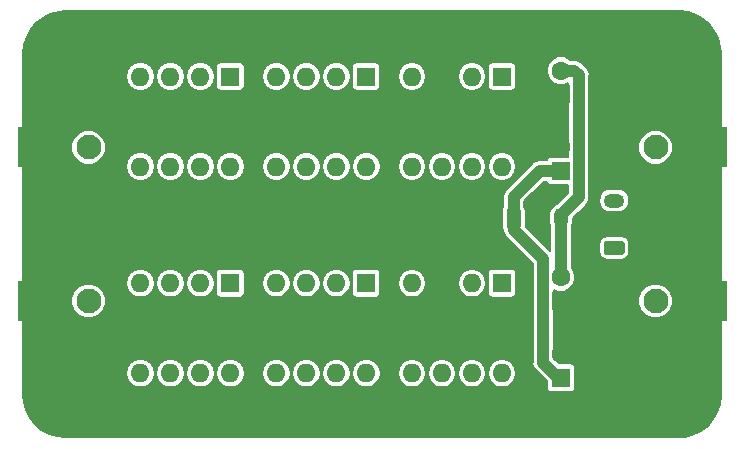
<source format=gbr>
G04 #@! TF.GenerationSoftware,KiCad,Pcbnew,(5.0.1)-rc2*
G04 #@! TF.CreationDate,2019-04-28T00:00:37+02:00*
G04 #@! TF.ProjectId,RIAA,524941412E6B696361645F7063620000,rev?*
G04 #@! TF.SameCoordinates,Original*
G04 #@! TF.FileFunction,Copper,L1,Top,Signal*
G04 #@! TF.FilePolarity,Positive*
%FSLAX46Y46*%
G04 Gerber Fmt 4.6, Leading zero omitted, Abs format (unit mm)*
G04 Created by KiCad (PCBNEW (5.0.1)-rc2) date 28-04-2019 00:00:37*
%MOMM*%
%LPD*%
G01*
G04 APERTURE LIST*
G04 #@! TA.AperFunction,ComponentPad*
%ADD10C,1.600000*%
G04 #@! TD*
G04 #@! TA.AperFunction,ComponentPad*
%ADD11R,1.600000X1.600000*%
G04 #@! TD*
G04 #@! TA.AperFunction,ComponentPad*
%ADD12C,6.400000*%
G04 #@! TD*
G04 #@! TA.AperFunction,ComponentPad*
%ADD13C,6.440000*%
G04 #@! TD*
G04 #@! TA.AperFunction,ComponentPad*
%ADD14O,1.600000X1.600000*%
G04 #@! TD*
G04 #@! TA.AperFunction,Conductor*
%ADD15C,0.100000*%
G04 #@! TD*
G04 #@! TA.AperFunction,ComponentPad*
%ADD16C,2.000000*%
G04 #@! TD*
G04 #@! TA.AperFunction,ComponentPad*
%ADD17C,2.100000*%
G04 #@! TD*
G04 #@! TA.AperFunction,ComponentPad*
%ADD18R,2.000000X3.400000*%
G04 #@! TD*
G04 #@! TA.AperFunction,ComponentPad*
%ADD19C,1.200000*%
G04 #@! TD*
G04 #@! TA.AperFunction,ComponentPad*
%ADD20O,1.200000X1.750000*%
G04 #@! TD*
G04 #@! TA.AperFunction,ComponentPad*
%ADD21O,1.750000X1.200000*%
G04 #@! TD*
G04 #@! TA.AperFunction,ViaPad*
%ADD22C,0.600000*%
G04 #@! TD*
G04 #@! TA.AperFunction,Conductor*
%ADD23C,1.000000*%
G04 #@! TD*
G04 #@! TA.AperFunction,Conductor*
%ADD24C,0.400000*%
G04 #@! TD*
G04 #@! TA.AperFunction,Conductor*
%ADD25C,0.200000*%
G04 #@! TD*
G04 APERTURE END LIST*
D10*
G04 #@! TO.P,C3,2*
G04 #@! TO.N,-15V*
X170500000Y-91500000D03*
D11*
G04 #@! TO.P,C3,1*
G04 #@! TO.N,GNDA*
X170500000Y-93500000D03*
G04 #@! TD*
D12*
G04 #@! TO.P,PCB1,1*
G04 #@! TO.N,GNDA*
X128500000Y-90000000D03*
G04 #@! TO.P,PCB1,2*
X128500000Y-119000000D03*
D13*
G04 #@! TO.P,PCB1,3*
X180500000Y-119000000D03*
D12*
G04 #@! TO.P,PCB1,4*
X180500000Y-90000000D03*
G04 #@! TD*
D14*
G04 #@! TO.P,U1,8*
G04 #@! TO.N,N/C*
X142500000Y-117120000D03*
G04 #@! TO.P,U1,4*
G04 #@! TO.N,-15V*
X134880000Y-109500000D03*
G04 #@! TO.P,U1,7*
G04 #@! TO.N,+15V*
X139960000Y-117120000D03*
G04 #@! TO.P,U1,3*
G04 #@! TO.N,/RIAA_R/In*
X137420000Y-109500000D03*
G04 #@! TO.P,U1,6*
G04 #@! TO.N,Net-(C6-Pad1)*
X137420000Y-117120000D03*
G04 #@! TO.P,U1,2*
G04 #@! TO.N,Net-(C6-Pad2)*
X139960000Y-109500000D03*
G04 #@! TO.P,U1,5*
G04 #@! TO.N,N/C*
X134880000Y-117120000D03*
D11*
G04 #@! TO.P,U1,1*
X142500000Y-109500000D03*
G04 #@! TD*
D14*
G04 #@! TO.P,U2,8*
G04 #@! TO.N,N/C*
X154000000Y-117120000D03*
G04 #@! TO.P,U2,4*
G04 #@! TO.N,-15V*
X146380000Y-109500000D03*
G04 #@! TO.P,U2,7*
G04 #@! TO.N,+15V*
X151460000Y-117120000D03*
G04 #@! TO.P,U2,3*
G04 #@! TO.N,Net-(C12-Pad1)*
X148920000Y-109500000D03*
G04 #@! TO.P,U2,6*
G04 #@! TO.N,Net-(C7-Pad2)*
X148920000Y-117120000D03*
G04 #@! TO.P,U2,2*
G04 #@! TO.N,Net-(R6-Pad1)*
X151460000Y-109500000D03*
G04 #@! TO.P,U2,5*
G04 #@! TO.N,N/C*
X146380000Y-117120000D03*
D11*
G04 #@! TO.P,U2,1*
X154000000Y-109500000D03*
G04 #@! TD*
G04 #@! TO.P,U3,1*
G04 #@! TO.N,N/C*
X165500000Y-109500000D03*
D14*
G04 #@! TO.P,U3,5*
X157880000Y-117120000D03*
G04 #@! TO.P,U3,2*
G04 #@! TO.N,Net-(C17-Pad2)*
X162960000Y-109500000D03*
G04 #@! TO.P,U3,6*
G04 #@! TO.N,/RIAA_R/Out*
X160420000Y-117120000D03*
G04 #@! TO.P,U3,3*
G04 #@! TO.N,GNDA*
X160420000Y-109500000D03*
G04 #@! TO.P,U3,7*
G04 #@! TO.N,+15V*
X162960000Y-117120000D03*
G04 #@! TO.P,U3,4*
G04 #@! TO.N,-15V*
X157880000Y-109500000D03*
G04 #@! TO.P,U3,8*
G04 #@! TO.N,N/C*
X165500000Y-117120000D03*
G04 #@! TD*
D11*
G04 #@! TO.P,U4,1*
G04 #@! TO.N,N/C*
X142500000Y-92000000D03*
D14*
G04 #@! TO.P,U4,5*
X134880000Y-99620000D03*
G04 #@! TO.P,U4,2*
G04 #@! TO.N,Net-(C24-Pad2)*
X139960000Y-92000000D03*
G04 #@! TO.P,U4,6*
G04 #@! TO.N,Net-(C24-Pad1)*
X137420000Y-99620000D03*
G04 #@! TO.P,U4,3*
G04 #@! TO.N,/RIAA_L/In*
X137420000Y-92000000D03*
G04 #@! TO.P,U4,7*
G04 #@! TO.N,+15V*
X139960000Y-99620000D03*
G04 #@! TO.P,U4,4*
G04 #@! TO.N,-15V*
X134880000Y-92000000D03*
G04 #@! TO.P,U4,8*
G04 #@! TO.N,N/C*
X142500000Y-99620000D03*
G04 #@! TD*
D10*
G04 #@! TO.P,C2,2*
G04 #@! TO.N,GNDA*
X170500000Y-98000000D03*
D11*
G04 #@! TO.P,C2,1*
G04 #@! TO.N,+15V*
X170500000Y-100000000D03*
G04 #@! TD*
D15*
G04 #@! TO.N,GNDA*
G04 #@! TO.C,J1*
G36*
X131749009Y-92052408D02*
X131797545Y-92059607D01*
X131845142Y-92071530D01*
X131891342Y-92088060D01*
X131935698Y-92109039D01*
X131977785Y-92134265D01*
X132017197Y-92163495D01*
X132053553Y-92196447D01*
X132086505Y-92232803D01*
X132115735Y-92272215D01*
X132140961Y-92314302D01*
X132161940Y-92358658D01*
X132178470Y-92404858D01*
X132190393Y-92452455D01*
X132197592Y-92500991D01*
X132200000Y-92550000D01*
X132200000Y-93550000D01*
X132197592Y-93599009D01*
X132190393Y-93647545D01*
X132178470Y-93695142D01*
X132161940Y-93741342D01*
X132140961Y-93785698D01*
X132115735Y-93827785D01*
X132086505Y-93867197D01*
X132053553Y-93903553D01*
X132017197Y-93936505D01*
X131977785Y-93965735D01*
X131935698Y-93990961D01*
X131891342Y-94011940D01*
X131845142Y-94028470D01*
X131797545Y-94040393D01*
X131749009Y-94047592D01*
X131700000Y-94050000D01*
X129300000Y-94050000D01*
X129250991Y-94047592D01*
X129202455Y-94040393D01*
X129154858Y-94028470D01*
X129108658Y-94011940D01*
X129064302Y-93990961D01*
X129022215Y-93965735D01*
X128982803Y-93936505D01*
X128946447Y-93903553D01*
X128913495Y-93867197D01*
X128884265Y-93827785D01*
X128859039Y-93785698D01*
X128838060Y-93741342D01*
X128821530Y-93695142D01*
X128809607Y-93647545D01*
X128802408Y-93599009D01*
X128800000Y-93550000D01*
X128800000Y-92550000D01*
X128802408Y-92500991D01*
X128809607Y-92452455D01*
X128821530Y-92404858D01*
X128838060Y-92358658D01*
X128859039Y-92314302D01*
X128884265Y-92272215D01*
X128913495Y-92232803D01*
X128946447Y-92196447D01*
X128982803Y-92163495D01*
X129022215Y-92134265D01*
X129064302Y-92109039D01*
X129108658Y-92088060D01*
X129154858Y-92071530D01*
X129202455Y-92059607D01*
X129250991Y-92052408D01*
X129300000Y-92050000D01*
X131700000Y-92050000D01*
X131749009Y-92052408D01*
X131749009Y-92052408D01*
G37*
D16*
G04 #@! TD*
G04 #@! TO.P,J1,S*
G04 #@! TO.N,GNDA*
X130500000Y-93050000D03*
D17*
G04 #@! TO.P,J1,T*
G04 #@! TO.N,/RIAA_L/In*
X130500000Y-98000000D03*
D15*
G04 #@! TD*
G04 #@! TO.N,GNDA*
G04 #@! TO.C,J1*
G36*
X131749009Y-101952408D02*
X131797545Y-101959607D01*
X131845142Y-101971530D01*
X131891342Y-101988060D01*
X131935698Y-102009039D01*
X131977785Y-102034265D01*
X132017197Y-102063495D01*
X132053553Y-102096447D01*
X132086505Y-102132803D01*
X132115735Y-102172215D01*
X132140961Y-102214302D01*
X132161940Y-102258658D01*
X132178470Y-102304858D01*
X132190393Y-102352455D01*
X132197592Y-102400991D01*
X132200000Y-102450000D01*
X132200000Y-103450000D01*
X132197592Y-103499009D01*
X132190393Y-103547545D01*
X132178470Y-103595142D01*
X132161940Y-103641342D01*
X132140961Y-103685698D01*
X132115735Y-103727785D01*
X132086505Y-103767197D01*
X132053553Y-103803553D01*
X132017197Y-103836505D01*
X131977785Y-103865735D01*
X131935698Y-103890961D01*
X131891342Y-103911940D01*
X131845142Y-103928470D01*
X131797545Y-103940393D01*
X131749009Y-103947592D01*
X131700000Y-103950000D01*
X129300000Y-103950000D01*
X129250991Y-103947592D01*
X129202455Y-103940393D01*
X129154858Y-103928470D01*
X129108658Y-103911940D01*
X129064302Y-103890961D01*
X129022215Y-103865735D01*
X128982803Y-103836505D01*
X128946447Y-103803553D01*
X128913495Y-103767197D01*
X128884265Y-103727785D01*
X128859039Y-103685698D01*
X128838060Y-103641342D01*
X128821530Y-103595142D01*
X128809607Y-103547545D01*
X128802408Y-103499009D01*
X128800000Y-103450000D01*
X128800000Y-102450000D01*
X128802408Y-102400991D01*
X128809607Y-102352455D01*
X128821530Y-102304858D01*
X128838060Y-102258658D01*
X128859039Y-102214302D01*
X128884265Y-102172215D01*
X128913495Y-102132803D01*
X128946447Y-102096447D01*
X128982803Y-102063495D01*
X129022215Y-102034265D01*
X129064302Y-102009039D01*
X129108658Y-101988060D01*
X129154858Y-101971530D01*
X129202455Y-101959607D01*
X129250991Y-101952408D01*
X129300000Y-101950000D01*
X131700000Y-101950000D01*
X131749009Y-101952408D01*
X131749009Y-101952408D01*
G37*
D16*
G04 #@! TO.P,J1,S*
G04 #@! TO.N,GNDA*
X130500000Y-102950000D03*
D18*
X125500000Y-98000000D03*
G04 #@! TD*
G04 #@! TO.P,J2,S*
G04 #@! TO.N,GNDA*
X125500000Y-111000000D03*
D15*
G04 #@! TD*
G04 #@! TO.N,GNDA*
G04 #@! TO.C,J2*
G36*
X131749009Y-114952408D02*
X131797545Y-114959607D01*
X131845142Y-114971530D01*
X131891342Y-114988060D01*
X131935698Y-115009039D01*
X131977785Y-115034265D01*
X132017197Y-115063495D01*
X132053553Y-115096447D01*
X132086505Y-115132803D01*
X132115735Y-115172215D01*
X132140961Y-115214302D01*
X132161940Y-115258658D01*
X132178470Y-115304858D01*
X132190393Y-115352455D01*
X132197592Y-115400991D01*
X132200000Y-115450000D01*
X132200000Y-116450000D01*
X132197592Y-116499009D01*
X132190393Y-116547545D01*
X132178470Y-116595142D01*
X132161940Y-116641342D01*
X132140961Y-116685698D01*
X132115735Y-116727785D01*
X132086505Y-116767197D01*
X132053553Y-116803553D01*
X132017197Y-116836505D01*
X131977785Y-116865735D01*
X131935698Y-116890961D01*
X131891342Y-116911940D01*
X131845142Y-116928470D01*
X131797545Y-116940393D01*
X131749009Y-116947592D01*
X131700000Y-116950000D01*
X129300000Y-116950000D01*
X129250991Y-116947592D01*
X129202455Y-116940393D01*
X129154858Y-116928470D01*
X129108658Y-116911940D01*
X129064302Y-116890961D01*
X129022215Y-116865735D01*
X128982803Y-116836505D01*
X128946447Y-116803553D01*
X128913495Y-116767197D01*
X128884265Y-116727785D01*
X128859039Y-116685698D01*
X128838060Y-116641342D01*
X128821530Y-116595142D01*
X128809607Y-116547545D01*
X128802408Y-116499009D01*
X128800000Y-116450000D01*
X128800000Y-115450000D01*
X128802408Y-115400991D01*
X128809607Y-115352455D01*
X128821530Y-115304858D01*
X128838060Y-115258658D01*
X128859039Y-115214302D01*
X128884265Y-115172215D01*
X128913495Y-115132803D01*
X128946447Y-115096447D01*
X128982803Y-115063495D01*
X129022215Y-115034265D01*
X129064302Y-115009039D01*
X129108658Y-114988060D01*
X129154858Y-114971530D01*
X129202455Y-114959607D01*
X129250991Y-114952408D01*
X129300000Y-114950000D01*
X131700000Y-114950000D01*
X131749009Y-114952408D01*
X131749009Y-114952408D01*
G37*
D16*
G04 #@! TO.P,J2,S*
G04 #@! TO.N,GNDA*
X130500000Y-115950000D03*
D17*
G04 #@! TO.P,J2,T*
G04 #@! TO.N,/RIAA_R/In*
X130500000Y-111000000D03*
D15*
G04 #@! TD*
G04 #@! TO.N,GNDA*
G04 #@! TO.C,J2*
G36*
X131749009Y-105052408D02*
X131797545Y-105059607D01*
X131845142Y-105071530D01*
X131891342Y-105088060D01*
X131935698Y-105109039D01*
X131977785Y-105134265D01*
X132017197Y-105163495D01*
X132053553Y-105196447D01*
X132086505Y-105232803D01*
X132115735Y-105272215D01*
X132140961Y-105314302D01*
X132161940Y-105358658D01*
X132178470Y-105404858D01*
X132190393Y-105452455D01*
X132197592Y-105500991D01*
X132200000Y-105550000D01*
X132200000Y-106550000D01*
X132197592Y-106599009D01*
X132190393Y-106647545D01*
X132178470Y-106695142D01*
X132161940Y-106741342D01*
X132140961Y-106785698D01*
X132115735Y-106827785D01*
X132086505Y-106867197D01*
X132053553Y-106903553D01*
X132017197Y-106936505D01*
X131977785Y-106965735D01*
X131935698Y-106990961D01*
X131891342Y-107011940D01*
X131845142Y-107028470D01*
X131797545Y-107040393D01*
X131749009Y-107047592D01*
X131700000Y-107050000D01*
X129300000Y-107050000D01*
X129250991Y-107047592D01*
X129202455Y-107040393D01*
X129154858Y-107028470D01*
X129108658Y-107011940D01*
X129064302Y-106990961D01*
X129022215Y-106965735D01*
X128982803Y-106936505D01*
X128946447Y-106903553D01*
X128913495Y-106867197D01*
X128884265Y-106827785D01*
X128859039Y-106785698D01*
X128838060Y-106741342D01*
X128821530Y-106695142D01*
X128809607Y-106647545D01*
X128802408Y-106599009D01*
X128800000Y-106550000D01*
X128800000Y-105550000D01*
X128802408Y-105500991D01*
X128809607Y-105452455D01*
X128821530Y-105404858D01*
X128838060Y-105358658D01*
X128859039Y-105314302D01*
X128884265Y-105272215D01*
X128913495Y-105232803D01*
X128946447Y-105196447D01*
X128982803Y-105163495D01*
X129022215Y-105134265D01*
X129064302Y-105109039D01*
X129108658Y-105088060D01*
X129154858Y-105071530D01*
X129202455Y-105059607D01*
X129250991Y-105052408D01*
X129300000Y-105050000D01*
X131700000Y-105050000D01*
X131749009Y-105052408D01*
X131749009Y-105052408D01*
G37*
D16*
G04 #@! TO.P,J2,S*
G04 #@! TO.N,GNDA*
X130500000Y-106050000D03*
G04 #@! TD*
D18*
G04 #@! TO.P,J4,S*
G04 #@! TO.N,GNDA*
X183500000Y-98000000D03*
D15*
G04 #@! TD*
G04 #@! TO.N,GNDA*
G04 #@! TO.C,J4*
G36*
X179749009Y-92052408D02*
X179797545Y-92059607D01*
X179845142Y-92071530D01*
X179891342Y-92088060D01*
X179935698Y-92109039D01*
X179977785Y-92134265D01*
X180017197Y-92163495D01*
X180053553Y-92196447D01*
X180086505Y-92232803D01*
X180115735Y-92272215D01*
X180140961Y-92314302D01*
X180161940Y-92358658D01*
X180178470Y-92404858D01*
X180190393Y-92452455D01*
X180197592Y-92500991D01*
X180200000Y-92550000D01*
X180200000Y-93550000D01*
X180197592Y-93599009D01*
X180190393Y-93647545D01*
X180178470Y-93695142D01*
X180161940Y-93741342D01*
X180140961Y-93785698D01*
X180115735Y-93827785D01*
X180086505Y-93867197D01*
X180053553Y-93903553D01*
X180017197Y-93936505D01*
X179977785Y-93965735D01*
X179935698Y-93990961D01*
X179891342Y-94011940D01*
X179845142Y-94028470D01*
X179797545Y-94040393D01*
X179749009Y-94047592D01*
X179700000Y-94050000D01*
X177300000Y-94050000D01*
X177250991Y-94047592D01*
X177202455Y-94040393D01*
X177154858Y-94028470D01*
X177108658Y-94011940D01*
X177064302Y-93990961D01*
X177022215Y-93965735D01*
X176982803Y-93936505D01*
X176946447Y-93903553D01*
X176913495Y-93867197D01*
X176884265Y-93827785D01*
X176859039Y-93785698D01*
X176838060Y-93741342D01*
X176821530Y-93695142D01*
X176809607Y-93647545D01*
X176802408Y-93599009D01*
X176800000Y-93550000D01*
X176800000Y-92550000D01*
X176802408Y-92500991D01*
X176809607Y-92452455D01*
X176821530Y-92404858D01*
X176838060Y-92358658D01*
X176859039Y-92314302D01*
X176884265Y-92272215D01*
X176913495Y-92232803D01*
X176946447Y-92196447D01*
X176982803Y-92163495D01*
X177022215Y-92134265D01*
X177064302Y-92109039D01*
X177108658Y-92088060D01*
X177154858Y-92071530D01*
X177202455Y-92059607D01*
X177250991Y-92052408D01*
X177300000Y-92050000D01*
X179700000Y-92050000D01*
X179749009Y-92052408D01*
X179749009Y-92052408D01*
G37*
D16*
G04 #@! TO.P,J4,S*
G04 #@! TO.N,GNDA*
X178500000Y-93050000D03*
D17*
G04 #@! TO.P,J4,T*
G04 #@! TO.N,/RIAA_L/Out*
X178500000Y-98000000D03*
D15*
G04 #@! TD*
G04 #@! TO.N,GNDA*
G04 #@! TO.C,J4*
G36*
X179749009Y-101952408D02*
X179797545Y-101959607D01*
X179845142Y-101971530D01*
X179891342Y-101988060D01*
X179935698Y-102009039D01*
X179977785Y-102034265D01*
X180017197Y-102063495D01*
X180053553Y-102096447D01*
X180086505Y-102132803D01*
X180115735Y-102172215D01*
X180140961Y-102214302D01*
X180161940Y-102258658D01*
X180178470Y-102304858D01*
X180190393Y-102352455D01*
X180197592Y-102400991D01*
X180200000Y-102450000D01*
X180200000Y-103450000D01*
X180197592Y-103499009D01*
X180190393Y-103547545D01*
X180178470Y-103595142D01*
X180161940Y-103641342D01*
X180140961Y-103685698D01*
X180115735Y-103727785D01*
X180086505Y-103767197D01*
X180053553Y-103803553D01*
X180017197Y-103836505D01*
X179977785Y-103865735D01*
X179935698Y-103890961D01*
X179891342Y-103911940D01*
X179845142Y-103928470D01*
X179797545Y-103940393D01*
X179749009Y-103947592D01*
X179700000Y-103950000D01*
X177300000Y-103950000D01*
X177250991Y-103947592D01*
X177202455Y-103940393D01*
X177154858Y-103928470D01*
X177108658Y-103911940D01*
X177064302Y-103890961D01*
X177022215Y-103865735D01*
X176982803Y-103836505D01*
X176946447Y-103803553D01*
X176913495Y-103767197D01*
X176884265Y-103727785D01*
X176859039Y-103685698D01*
X176838060Y-103641342D01*
X176821530Y-103595142D01*
X176809607Y-103547545D01*
X176802408Y-103499009D01*
X176800000Y-103450000D01*
X176800000Y-102450000D01*
X176802408Y-102400991D01*
X176809607Y-102352455D01*
X176821530Y-102304858D01*
X176838060Y-102258658D01*
X176859039Y-102214302D01*
X176884265Y-102172215D01*
X176913495Y-102132803D01*
X176946447Y-102096447D01*
X176982803Y-102063495D01*
X177022215Y-102034265D01*
X177064302Y-102009039D01*
X177108658Y-101988060D01*
X177154858Y-101971530D01*
X177202455Y-101959607D01*
X177250991Y-101952408D01*
X177300000Y-101950000D01*
X179700000Y-101950000D01*
X179749009Y-101952408D01*
X179749009Y-101952408D01*
G37*
D16*
G04 #@! TO.P,J4,S*
G04 #@! TO.N,GNDA*
X178500000Y-102950000D03*
G04 #@! TD*
D11*
G04 #@! TO.P,C20,1*
G04 #@! TO.N,+15V*
X170500000Y-117500000D03*
D10*
G04 #@! TO.P,C20,2*
G04 #@! TO.N,GNDA*
X170500000Y-115500000D03*
G04 #@! TD*
D11*
G04 #@! TO.P,C21,1*
G04 #@! TO.N,GNDA*
X170500000Y-111000000D03*
D10*
G04 #@! TO.P,C21,2*
G04 #@! TO.N,-15V*
X170500000Y-109000000D03*
G04 #@! TD*
D15*
G04 #@! TO.N,GNDA*
G04 #@! TO.C,J5*
G36*
X179749009Y-114952408D02*
X179797545Y-114959607D01*
X179845142Y-114971530D01*
X179891342Y-114988060D01*
X179935698Y-115009039D01*
X179977785Y-115034265D01*
X180017197Y-115063495D01*
X180053553Y-115096447D01*
X180086505Y-115132803D01*
X180115735Y-115172215D01*
X180140961Y-115214302D01*
X180161940Y-115258658D01*
X180178470Y-115304858D01*
X180190393Y-115352455D01*
X180197592Y-115400991D01*
X180200000Y-115450000D01*
X180200000Y-116450000D01*
X180197592Y-116499009D01*
X180190393Y-116547545D01*
X180178470Y-116595142D01*
X180161940Y-116641342D01*
X180140961Y-116685698D01*
X180115735Y-116727785D01*
X180086505Y-116767197D01*
X180053553Y-116803553D01*
X180017197Y-116836505D01*
X179977785Y-116865735D01*
X179935698Y-116890961D01*
X179891342Y-116911940D01*
X179845142Y-116928470D01*
X179797545Y-116940393D01*
X179749009Y-116947592D01*
X179700000Y-116950000D01*
X177300000Y-116950000D01*
X177250991Y-116947592D01*
X177202455Y-116940393D01*
X177154858Y-116928470D01*
X177108658Y-116911940D01*
X177064302Y-116890961D01*
X177022215Y-116865735D01*
X176982803Y-116836505D01*
X176946447Y-116803553D01*
X176913495Y-116767197D01*
X176884265Y-116727785D01*
X176859039Y-116685698D01*
X176838060Y-116641342D01*
X176821530Y-116595142D01*
X176809607Y-116547545D01*
X176802408Y-116499009D01*
X176800000Y-116450000D01*
X176800000Y-115450000D01*
X176802408Y-115400991D01*
X176809607Y-115352455D01*
X176821530Y-115304858D01*
X176838060Y-115258658D01*
X176859039Y-115214302D01*
X176884265Y-115172215D01*
X176913495Y-115132803D01*
X176946447Y-115096447D01*
X176982803Y-115063495D01*
X177022215Y-115034265D01*
X177064302Y-115009039D01*
X177108658Y-114988060D01*
X177154858Y-114971530D01*
X177202455Y-114959607D01*
X177250991Y-114952408D01*
X177300000Y-114950000D01*
X179700000Y-114950000D01*
X179749009Y-114952408D01*
X179749009Y-114952408D01*
G37*
D16*
G04 #@! TD*
G04 #@! TO.P,J5,S*
G04 #@! TO.N,GNDA*
X178500000Y-115950000D03*
D17*
G04 #@! TO.P,J5,T*
G04 #@! TO.N,/RIAA_R/Out*
X178500000Y-111000000D03*
D15*
G04 #@! TD*
G04 #@! TO.N,GNDA*
G04 #@! TO.C,J5*
G36*
X179749009Y-105052408D02*
X179797545Y-105059607D01*
X179845142Y-105071530D01*
X179891342Y-105088060D01*
X179935698Y-105109039D01*
X179977785Y-105134265D01*
X180017197Y-105163495D01*
X180053553Y-105196447D01*
X180086505Y-105232803D01*
X180115735Y-105272215D01*
X180140961Y-105314302D01*
X180161940Y-105358658D01*
X180178470Y-105404858D01*
X180190393Y-105452455D01*
X180197592Y-105500991D01*
X180200000Y-105550000D01*
X180200000Y-106550000D01*
X180197592Y-106599009D01*
X180190393Y-106647545D01*
X180178470Y-106695142D01*
X180161940Y-106741342D01*
X180140961Y-106785698D01*
X180115735Y-106827785D01*
X180086505Y-106867197D01*
X180053553Y-106903553D01*
X180017197Y-106936505D01*
X179977785Y-106965735D01*
X179935698Y-106990961D01*
X179891342Y-107011940D01*
X179845142Y-107028470D01*
X179797545Y-107040393D01*
X179749009Y-107047592D01*
X179700000Y-107050000D01*
X177300000Y-107050000D01*
X177250991Y-107047592D01*
X177202455Y-107040393D01*
X177154858Y-107028470D01*
X177108658Y-107011940D01*
X177064302Y-106990961D01*
X177022215Y-106965735D01*
X176982803Y-106936505D01*
X176946447Y-106903553D01*
X176913495Y-106867197D01*
X176884265Y-106827785D01*
X176859039Y-106785698D01*
X176838060Y-106741342D01*
X176821530Y-106695142D01*
X176809607Y-106647545D01*
X176802408Y-106599009D01*
X176800000Y-106550000D01*
X176800000Y-105550000D01*
X176802408Y-105500991D01*
X176809607Y-105452455D01*
X176821530Y-105404858D01*
X176838060Y-105358658D01*
X176859039Y-105314302D01*
X176884265Y-105272215D01*
X176913495Y-105232803D01*
X176946447Y-105196447D01*
X176982803Y-105163495D01*
X177022215Y-105134265D01*
X177064302Y-105109039D01*
X177108658Y-105088060D01*
X177154858Y-105071530D01*
X177202455Y-105059607D01*
X177250991Y-105052408D01*
X177300000Y-105050000D01*
X179700000Y-105050000D01*
X179749009Y-105052408D01*
X179749009Y-105052408D01*
G37*
D16*
G04 #@! TO.P,J5,S*
G04 #@! TO.N,GNDA*
X178500000Y-106050000D03*
D18*
X183500000Y-111000000D03*
G04 #@! TD*
D11*
G04 #@! TO.P,U5,1*
G04 #@! TO.N,N/C*
X154000000Y-92000000D03*
D14*
G04 #@! TO.P,U5,5*
X146380000Y-99620000D03*
G04 #@! TO.P,U5,2*
G04 #@! TO.N,Net-(R19-Pad1)*
X151460000Y-92000000D03*
G04 #@! TO.P,U5,6*
G04 #@! TO.N,Net-(C8-Pad2)*
X148920000Y-99620000D03*
G04 #@! TO.P,U5,3*
G04 #@! TO.N,Net-(C30-Pad1)*
X148920000Y-92000000D03*
G04 #@! TO.P,U5,7*
G04 #@! TO.N,+15V*
X151460000Y-99620000D03*
G04 #@! TO.P,U5,4*
G04 #@! TO.N,-15V*
X146380000Y-92000000D03*
G04 #@! TO.P,U5,8*
G04 #@! TO.N,N/C*
X154000000Y-99620000D03*
G04 #@! TD*
G04 #@! TO.P,U6,8*
G04 #@! TO.N,N/C*
X165500000Y-99620000D03*
G04 #@! TO.P,U6,4*
G04 #@! TO.N,-15V*
X157880000Y-92000000D03*
G04 #@! TO.P,U6,7*
G04 #@! TO.N,+15V*
X162960000Y-99620000D03*
G04 #@! TO.P,U6,3*
G04 #@! TO.N,GNDA*
X160420000Y-92000000D03*
G04 #@! TO.P,U6,6*
G04 #@! TO.N,/RIAA_L/Out*
X160420000Y-99620000D03*
G04 #@! TO.P,U6,2*
G04 #@! TO.N,Net-(C35-Pad2)*
X162960000Y-92000000D03*
G04 #@! TO.P,U6,5*
G04 #@! TO.N,N/C*
X157880000Y-99620000D03*
D11*
G04 #@! TO.P,U6,1*
X165500000Y-92000000D03*
G04 #@! TD*
D15*
G04 #@! TO.N,+15V*
G04 #@! TO.C,J3*
G36*
X166874505Y-103126204D02*
X166898773Y-103129804D01*
X166922572Y-103135765D01*
X166945671Y-103144030D01*
X166967850Y-103154520D01*
X166988893Y-103167132D01*
X167008599Y-103181747D01*
X167026777Y-103198223D01*
X167043253Y-103216401D01*
X167057868Y-103236107D01*
X167070480Y-103257150D01*
X167080970Y-103279329D01*
X167089235Y-103302428D01*
X167095196Y-103326227D01*
X167098796Y-103350495D01*
X167100000Y-103374999D01*
X167100000Y-104625001D01*
X167098796Y-104649505D01*
X167095196Y-104673773D01*
X167089235Y-104697572D01*
X167080970Y-104720671D01*
X167070480Y-104742850D01*
X167057868Y-104763893D01*
X167043253Y-104783599D01*
X167026777Y-104801777D01*
X167008599Y-104818253D01*
X166988893Y-104832868D01*
X166967850Y-104845480D01*
X166945671Y-104855970D01*
X166922572Y-104864235D01*
X166898773Y-104870196D01*
X166874505Y-104873796D01*
X166850001Y-104875000D01*
X166149999Y-104875000D01*
X166125495Y-104873796D01*
X166101227Y-104870196D01*
X166077428Y-104864235D01*
X166054329Y-104855970D01*
X166032150Y-104845480D01*
X166011107Y-104832868D01*
X165991401Y-104818253D01*
X165973223Y-104801777D01*
X165956747Y-104783599D01*
X165942132Y-104763893D01*
X165929520Y-104742850D01*
X165919030Y-104720671D01*
X165910765Y-104697572D01*
X165904804Y-104673773D01*
X165901204Y-104649505D01*
X165900000Y-104625001D01*
X165900000Y-103374999D01*
X165901204Y-103350495D01*
X165904804Y-103326227D01*
X165910765Y-103302428D01*
X165919030Y-103279329D01*
X165929520Y-103257150D01*
X165942132Y-103236107D01*
X165956747Y-103216401D01*
X165973223Y-103198223D01*
X165991401Y-103181747D01*
X166011107Y-103167132D01*
X166032150Y-103154520D01*
X166054329Y-103144030D01*
X166077428Y-103135765D01*
X166101227Y-103129804D01*
X166125495Y-103126204D01*
X166149999Y-103125000D01*
X166850001Y-103125000D01*
X166874505Y-103126204D01*
X166874505Y-103126204D01*
G37*
D19*
G04 #@! TD*
G04 #@! TO.P,J3,1*
G04 #@! TO.N,+15V*
X166500000Y-104000000D03*
D20*
G04 #@! TO.P,J3,2*
G04 #@! TO.N,GNDA*
X168500000Y-104000000D03*
G04 #@! TO.P,J3,3*
G04 #@! TO.N,-15V*
X170500000Y-104000000D03*
G04 #@! TD*
D15*
G04 #@! TO.N,/RIAA_R/Out*
G04 #@! TO.C,J6*
G36*
X175649505Y-105901204D02*
X175673773Y-105904804D01*
X175697572Y-105910765D01*
X175720671Y-105919030D01*
X175742850Y-105929520D01*
X175763893Y-105942132D01*
X175783599Y-105956747D01*
X175801777Y-105973223D01*
X175818253Y-105991401D01*
X175832868Y-106011107D01*
X175845480Y-106032150D01*
X175855970Y-106054329D01*
X175864235Y-106077428D01*
X175870196Y-106101227D01*
X175873796Y-106125495D01*
X175875000Y-106149999D01*
X175875000Y-106850001D01*
X175873796Y-106874505D01*
X175870196Y-106898773D01*
X175864235Y-106922572D01*
X175855970Y-106945671D01*
X175845480Y-106967850D01*
X175832868Y-106988893D01*
X175818253Y-107008599D01*
X175801777Y-107026777D01*
X175783599Y-107043253D01*
X175763893Y-107057868D01*
X175742850Y-107070480D01*
X175720671Y-107080970D01*
X175697572Y-107089235D01*
X175673773Y-107095196D01*
X175649505Y-107098796D01*
X175625001Y-107100000D01*
X174374999Y-107100000D01*
X174350495Y-107098796D01*
X174326227Y-107095196D01*
X174302428Y-107089235D01*
X174279329Y-107080970D01*
X174257150Y-107070480D01*
X174236107Y-107057868D01*
X174216401Y-107043253D01*
X174198223Y-107026777D01*
X174181747Y-107008599D01*
X174167132Y-106988893D01*
X174154520Y-106967850D01*
X174144030Y-106945671D01*
X174135765Y-106922572D01*
X174129804Y-106898773D01*
X174126204Y-106874505D01*
X174125000Y-106850001D01*
X174125000Y-106149999D01*
X174126204Y-106125495D01*
X174129804Y-106101227D01*
X174135765Y-106077428D01*
X174144030Y-106054329D01*
X174154520Y-106032150D01*
X174167132Y-106011107D01*
X174181747Y-105991401D01*
X174198223Y-105973223D01*
X174216401Y-105956747D01*
X174236107Y-105942132D01*
X174257150Y-105929520D01*
X174279329Y-105919030D01*
X174302428Y-105910765D01*
X174326227Y-105904804D01*
X174350495Y-105901204D01*
X174374999Y-105900000D01*
X175625001Y-105900000D01*
X175649505Y-105901204D01*
X175649505Y-105901204D01*
G37*
D19*
G04 #@! TD*
G04 #@! TO.P,J6,1*
G04 #@! TO.N,/RIAA_R/Out*
X175000000Y-106500000D03*
D21*
G04 #@! TO.P,J6,2*
G04 #@! TO.N,GNDA*
X175000000Y-104500000D03*
G04 #@! TO.P,J6,3*
G04 #@! TO.N,/RIAA_L/Out*
X175000000Y-102500000D03*
G04 #@! TD*
D22*
G04 #@! TO.N,GNDA*
X152500000Y-122000000D03*
X163000000Y-122000000D03*
X166000000Y-87000000D03*
X163000000Y-87000000D03*
X133000000Y-87000000D03*
X136000000Y-87000000D03*
X134500000Y-87000000D03*
X175000000Y-87000000D03*
X148000000Y-87000000D03*
X155500000Y-87000000D03*
X139000000Y-87000000D03*
X152500000Y-87000000D03*
X172000000Y-87000000D03*
X170500000Y-87000000D03*
X173500000Y-87000000D03*
X167500000Y-87000000D03*
X176500000Y-87000000D03*
X140500000Y-87000000D03*
X158500000Y-87000000D03*
X137500000Y-87000000D03*
X149500000Y-87000000D03*
X169000000Y-87000000D03*
X142000000Y-87000000D03*
X145000000Y-87000000D03*
X146500000Y-87000000D03*
X143500000Y-87000000D03*
X151000000Y-87000000D03*
X154000000Y-87000000D03*
X160000000Y-87000000D03*
X157000000Y-87000000D03*
X161500000Y-87000000D03*
X164500000Y-87000000D03*
X133000000Y-122000000D03*
X134500000Y-122000000D03*
X136000000Y-122000000D03*
X137500000Y-122000000D03*
X139000000Y-122000000D03*
X140500000Y-122000000D03*
X142000000Y-122000000D03*
X143500000Y-122000000D03*
X145000000Y-122000000D03*
X146500000Y-122000000D03*
X148000000Y-122000000D03*
X154000000Y-122000000D03*
X155500000Y-122000000D03*
X157000000Y-122000000D03*
X158500000Y-122000000D03*
X160000000Y-122000000D03*
X161500000Y-122000000D03*
X164500000Y-122000000D03*
X166000000Y-122000000D03*
X167500000Y-122000000D03*
X169000000Y-122000000D03*
X170500000Y-122000000D03*
X172000000Y-122000000D03*
X173500000Y-122000000D03*
X175000000Y-122000000D03*
X176500000Y-122000000D03*
X183500000Y-115500000D03*
X183500000Y-114000000D03*
X183500000Y-107500000D03*
X183500000Y-106000000D03*
X183500000Y-104500000D03*
X183500000Y-103000000D03*
X183500000Y-101500000D03*
X183500000Y-95000000D03*
X183500000Y-93500000D03*
X125500000Y-104500000D03*
X125500000Y-106000000D03*
X125500000Y-107500000D03*
X125500000Y-103000000D03*
X125500000Y-101500000D03*
X125500000Y-114000000D03*
X125500000Y-115500000D03*
X125500000Y-95000000D03*
X125500000Y-93500000D03*
X151000000Y-122000000D03*
X149500000Y-122000000D03*
X136000000Y-93000000D03*
X136000000Y-96500000D03*
X142000000Y-98000000D03*
X147500000Y-93000000D03*
X153500000Y-98000000D03*
X150000000Y-94500000D03*
X159000000Y-93000000D03*
X165000000Y-98000000D03*
X159000000Y-110500000D03*
X165000000Y-115500000D03*
X153500000Y-115500000D03*
X150000000Y-112000000D03*
X147500000Y-110500000D03*
X142000000Y-115500000D03*
X136000000Y-114000000D03*
X136000000Y-110500000D03*
X173500000Y-93500000D03*
X173500000Y-97000000D03*
X173500000Y-98000000D03*
X167500000Y-114500000D03*
X167500000Y-115500000D03*
X167500000Y-111000000D03*
X173500000Y-94500000D03*
X167500000Y-112000000D03*
G04 #@! TD*
D23*
G04 #@! TO.N,+15V*
X170279998Y-117500000D02*
X170500000Y-117500000D01*
X168999999Y-116220001D02*
X170279998Y-117500000D01*
X168999999Y-107474999D02*
X168999999Y-116220001D01*
X166500000Y-104975000D02*
X168999999Y-107474999D01*
X166500000Y-104000000D02*
X166500000Y-104975000D01*
X168700000Y-100000000D02*
X170500000Y-100000000D01*
X166500000Y-102200000D02*
X168700000Y-100000000D01*
X166500000Y-104000000D02*
X166500000Y-102200000D01*
G04 #@! TO.N,-15V*
X170500000Y-104000000D02*
X170500000Y-109000000D01*
X171631370Y-91500000D02*
X170500000Y-91500000D01*
X172000001Y-91868631D02*
X171631370Y-91500000D01*
X172000001Y-102224999D02*
X172000001Y-91868631D01*
X170500000Y-103725000D02*
X172000001Y-102224999D01*
X170500000Y-104000000D02*
X170500000Y-103725000D01*
D24*
G04 #@! TO.N,GNDA*
X176950000Y-104500000D02*
X178500000Y-102950000D01*
X176950000Y-104500000D02*
X178500000Y-106050000D01*
X175000000Y-104500000D02*
X176950000Y-104500000D01*
G04 #@! TD*
D25*
G04 #@! TO.N,GNDA*
G36*
X181208306Y-86549391D02*
X181887684Y-86762295D01*
X182510370Y-87107456D01*
X183050932Y-87570774D01*
X183487297Y-88133331D01*
X183801629Y-88772138D01*
X183982567Y-89466769D01*
X184025000Y-90018246D01*
X184025001Y-118975931D01*
X183950609Y-119708307D01*
X183737705Y-120387683D01*
X183392547Y-121010367D01*
X182929221Y-121550937D01*
X182366669Y-121987297D01*
X181727864Y-122301628D01*
X181033232Y-122482566D01*
X180481754Y-122525000D01*
X128524059Y-122525000D01*
X127791693Y-122450609D01*
X127112317Y-122237705D01*
X126489633Y-121892547D01*
X125949063Y-121429221D01*
X125512703Y-120866669D01*
X125198372Y-120227864D01*
X125017434Y-119533232D01*
X124975000Y-118981754D01*
X124975000Y-117120000D01*
X133656491Y-117120000D01*
X133749625Y-117588217D01*
X134014848Y-117985152D01*
X134411783Y-118250375D01*
X134761812Y-118320000D01*
X134998188Y-118320000D01*
X135348217Y-118250375D01*
X135745152Y-117985152D01*
X136010375Y-117588217D01*
X136103509Y-117120000D01*
X136196491Y-117120000D01*
X136289625Y-117588217D01*
X136554848Y-117985152D01*
X136951783Y-118250375D01*
X137301812Y-118320000D01*
X137538188Y-118320000D01*
X137888217Y-118250375D01*
X138285152Y-117985152D01*
X138550375Y-117588217D01*
X138643509Y-117120000D01*
X138736491Y-117120000D01*
X138829625Y-117588217D01*
X139094848Y-117985152D01*
X139491783Y-118250375D01*
X139841812Y-118320000D01*
X140078188Y-118320000D01*
X140428217Y-118250375D01*
X140825152Y-117985152D01*
X141090375Y-117588217D01*
X141183509Y-117120000D01*
X141276491Y-117120000D01*
X141369625Y-117588217D01*
X141634848Y-117985152D01*
X142031783Y-118250375D01*
X142381812Y-118320000D01*
X142618188Y-118320000D01*
X142968217Y-118250375D01*
X143365152Y-117985152D01*
X143630375Y-117588217D01*
X143723509Y-117120000D01*
X145156491Y-117120000D01*
X145249625Y-117588217D01*
X145514848Y-117985152D01*
X145911783Y-118250375D01*
X146261812Y-118320000D01*
X146498188Y-118320000D01*
X146848217Y-118250375D01*
X147245152Y-117985152D01*
X147510375Y-117588217D01*
X147603509Y-117120000D01*
X147696491Y-117120000D01*
X147789625Y-117588217D01*
X148054848Y-117985152D01*
X148451783Y-118250375D01*
X148801812Y-118320000D01*
X149038188Y-118320000D01*
X149388217Y-118250375D01*
X149785152Y-117985152D01*
X150050375Y-117588217D01*
X150143509Y-117120000D01*
X150236491Y-117120000D01*
X150329625Y-117588217D01*
X150594848Y-117985152D01*
X150991783Y-118250375D01*
X151341812Y-118320000D01*
X151578188Y-118320000D01*
X151928217Y-118250375D01*
X152325152Y-117985152D01*
X152590375Y-117588217D01*
X152683509Y-117120000D01*
X152776491Y-117120000D01*
X152869625Y-117588217D01*
X153134848Y-117985152D01*
X153531783Y-118250375D01*
X153881812Y-118320000D01*
X154118188Y-118320000D01*
X154468217Y-118250375D01*
X154865152Y-117985152D01*
X155130375Y-117588217D01*
X155223509Y-117120000D01*
X156656491Y-117120000D01*
X156749625Y-117588217D01*
X157014848Y-117985152D01*
X157411783Y-118250375D01*
X157761812Y-118320000D01*
X157998188Y-118320000D01*
X158348217Y-118250375D01*
X158745152Y-117985152D01*
X159010375Y-117588217D01*
X159103509Y-117120000D01*
X159196491Y-117120000D01*
X159289625Y-117588217D01*
X159554848Y-117985152D01*
X159951783Y-118250375D01*
X160301812Y-118320000D01*
X160538188Y-118320000D01*
X160888217Y-118250375D01*
X161285152Y-117985152D01*
X161550375Y-117588217D01*
X161643509Y-117120000D01*
X161736491Y-117120000D01*
X161829625Y-117588217D01*
X162094848Y-117985152D01*
X162491783Y-118250375D01*
X162841812Y-118320000D01*
X163078188Y-118320000D01*
X163428217Y-118250375D01*
X163825152Y-117985152D01*
X164090375Y-117588217D01*
X164183509Y-117120000D01*
X164276491Y-117120000D01*
X164369625Y-117588217D01*
X164634848Y-117985152D01*
X165031783Y-118250375D01*
X165381812Y-118320000D01*
X165618188Y-118320000D01*
X165968217Y-118250375D01*
X166365152Y-117985152D01*
X166630375Y-117588217D01*
X166723509Y-117120000D01*
X166630375Y-116651783D01*
X166365152Y-116254848D01*
X165968217Y-115989625D01*
X165618188Y-115920000D01*
X165381812Y-115920000D01*
X165031783Y-115989625D01*
X164634848Y-116254848D01*
X164369625Y-116651783D01*
X164276491Y-117120000D01*
X164183509Y-117120000D01*
X164090375Y-116651783D01*
X163825152Y-116254848D01*
X163428217Y-115989625D01*
X163078188Y-115920000D01*
X162841812Y-115920000D01*
X162491783Y-115989625D01*
X162094848Y-116254848D01*
X161829625Y-116651783D01*
X161736491Y-117120000D01*
X161643509Y-117120000D01*
X161550375Y-116651783D01*
X161285152Y-116254848D01*
X160888217Y-115989625D01*
X160538188Y-115920000D01*
X160301812Y-115920000D01*
X159951783Y-115989625D01*
X159554848Y-116254848D01*
X159289625Y-116651783D01*
X159196491Y-117120000D01*
X159103509Y-117120000D01*
X159010375Y-116651783D01*
X158745152Y-116254848D01*
X158348217Y-115989625D01*
X157998188Y-115920000D01*
X157761812Y-115920000D01*
X157411783Y-115989625D01*
X157014848Y-116254848D01*
X156749625Y-116651783D01*
X156656491Y-117120000D01*
X155223509Y-117120000D01*
X155130375Y-116651783D01*
X154865152Y-116254848D01*
X154468217Y-115989625D01*
X154118188Y-115920000D01*
X153881812Y-115920000D01*
X153531783Y-115989625D01*
X153134848Y-116254848D01*
X152869625Y-116651783D01*
X152776491Y-117120000D01*
X152683509Y-117120000D01*
X152590375Y-116651783D01*
X152325152Y-116254848D01*
X151928217Y-115989625D01*
X151578188Y-115920000D01*
X151341812Y-115920000D01*
X150991783Y-115989625D01*
X150594848Y-116254848D01*
X150329625Y-116651783D01*
X150236491Y-117120000D01*
X150143509Y-117120000D01*
X150050375Y-116651783D01*
X149785152Y-116254848D01*
X149388217Y-115989625D01*
X149038188Y-115920000D01*
X148801812Y-115920000D01*
X148451783Y-115989625D01*
X148054848Y-116254848D01*
X147789625Y-116651783D01*
X147696491Y-117120000D01*
X147603509Y-117120000D01*
X147510375Y-116651783D01*
X147245152Y-116254848D01*
X146848217Y-115989625D01*
X146498188Y-115920000D01*
X146261812Y-115920000D01*
X145911783Y-115989625D01*
X145514848Y-116254848D01*
X145249625Y-116651783D01*
X145156491Y-117120000D01*
X143723509Y-117120000D01*
X143630375Y-116651783D01*
X143365152Y-116254848D01*
X142968217Y-115989625D01*
X142618188Y-115920000D01*
X142381812Y-115920000D01*
X142031783Y-115989625D01*
X141634848Y-116254848D01*
X141369625Y-116651783D01*
X141276491Y-117120000D01*
X141183509Y-117120000D01*
X141090375Y-116651783D01*
X140825152Y-116254848D01*
X140428217Y-115989625D01*
X140078188Y-115920000D01*
X139841812Y-115920000D01*
X139491783Y-115989625D01*
X139094848Y-116254848D01*
X138829625Y-116651783D01*
X138736491Y-117120000D01*
X138643509Y-117120000D01*
X138550375Y-116651783D01*
X138285152Y-116254848D01*
X137888217Y-115989625D01*
X137538188Y-115920000D01*
X137301812Y-115920000D01*
X136951783Y-115989625D01*
X136554848Y-116254848D01*
X136289625Y-116651783D01*
X136196491Y-117120000D01*
X136103509Y-117120000D01*
X136010375Y-116651783D01*
X135745152Y-116254848D01*
X135348217Y-115989625D01*
X134998188Y-115920000D01*
X134761812Y-115920000D01*
X134411783Y-115989625D01*
X134014848Y-116254848D01*
X133749625Y-116651783D01*
X133656491Y-117120000D01*
X124975000Y-117120000D01*
X124975000Y-110711577D01*
X129050000Y-110711577D01*
X129050000Y-111288423D01*
X129270750Y-111821359D01*
X129678641Y-112229250D01*
X130211577Y-112450000D01*
X130788423Y-112450000D01*
X131321359Y-112229250D01*
X131729250Y-111821359D01*
X131950000Y-111288423D01*
X131950000Y-110711577D01*
X131729250Y-110178641D01*
X131321359Y-109770750D01*
X130788423Y-109550000D01*
X130211577Y-109550000D01*
X129678641Y-109770750D01*
X129270750Y-110178641D01*
X129050000Y-110711577D01*
X124975000Y-110711577D01*
X124975000Y-109500000D01*
X133656491Y-109500000D01*
X133749625Y-109968217D01*
X134014848Y-110365152D01*
X134411783Y-110630375D01*
X134761812Y-110700000D01*
X134998188Y-110700000D01*
X135348217Y-110630375D01*
X135745152Y-110365152D01*
X136010375Y-109968217D01*
X136103509Y-109500000D01*
X136196491Y-109500000D01*
X136289625Y-109968217D01*
X136554848Y-110365152D01*
X136951783Y-110630375D01*
X137301812Y-110700000D01*
X137538188Y-110700000D01*
X137888217Y-110630375D01*
X138285152Y-110365152D01*
X138550375Y-109968217D01*
X138643509Y-109500000D01*
X138736491Y-109500000D01*
X138829625Y-109968217D01*
X139094848Y-110365152D01*
X139491783Y-110630375D01*
X139841812Y-110700000D01*
X140078188Y-110700000D01*
X140428217Y-110630375D01*
X140825152Y-110365152D01*
X141090375Y-109968217D01*
X141183509Y-109500000D01*
X141090375Y-109031783D01*
X140868686Y-108700000D01*
X141292164Y-108700000D01*
X141292164Y-110300000D01*
X141323209Y-110456072D01*
X141411616Y-110588384D01*
X141543928Y-110676791D01*
X141700000Y-110707836D01*
X143300000Y-110707836D01*
X143456072Y-110676791D01*
X143588384Y-110588384D01*
X143676791Y-110456072D01*
X143707836Y-110300000D01*
X143707836Y-109500000D01*
X145156491Y-109500000D01*
X145249625Y-109968217D01*
X145514848Y-110365152D01*
X145911783Y-110630375D01*
X146261812Y-110700000D01*
X146498188Y-110700000D01*
X146848217Y-110630375D01*
X147245152Y-110365152D01*
X147510375Y-109968217D01*
X147603509Y-109500000D01*
X147696491Y-109500000D01*
X147789625Y-109968217D01*
X148054848Y-110365152D01*
X148451783Y-110630375D01*
X148801812Y-110700000D01*
X149038188Y-110700000D01*
X149388217Y-110630375D01*
X149785152Y-110365152D01*
X150050375Y-109968217D01*
X150143509Y-109500000D01*
X150236491Y-109500000D01*
X150329625Y-109968217D01*
X150594848Y-110365152D01*
X150991783Y-110630375D01*
X151341812Y-110700000D01*
X151578188Y-110700000D01*
X151928217Y-110630375D01*
X152325152Y-110365152D01*
X152590375Y-109968217D01*
X152683509Y-109500000D01*
X152590375Y-109031783D01*
X152368686Y-108700000D01*
X152792164Y-108700000D01*
X152792164Y-110300000D01*
X152823209Y-110456072D01*
X152911616Y-110588384D01*
X153043928Y-110676791D01*
X153200000Y-110707836D01*
X154800000Y-110707836D01*
X154956072Y-110676791D01*
X155088384Y-110588384D01*
X155176791Y-110456072D01*
X155207836Y-110300000D01*
X155207836Y-109500000D01*
X156656491Y-109500000D01*
X156749625Y-109968217D01*
X157014848Y-110365152D01*
X157411783Y-110630375D01*
X157761812Y-110700000D01*
X157998188Y-110700000D01*
X158348217Y-110630375D01*
X158745152Y-110365152D01*
X159010375Y-109968217D01*
X159103509Y-109500000D01*
X161736491Y-109500000D01*
X161829625Y-109968217D01*
X162094848Y-110365152D01*
X162491783Y-110630375D01*
X162841812Y-110700000D01*
X163078188Y-110700000D01*
X163428217Y-110630375D01*
X163825152Y-110365152D01*
X164090375Y-109968217D01*
X164183509Y-109500000D01*
X164090375Y-109031783D01*
X163868686Y-108700000D01*
X164292164Y-108700000D01*
X164292164Y-110300000D01*
X164323209Y-110456072D01*
X164411616Y-110588384D01*
X164543928Y-110676791D01*
X164700000Y-110707836D01*
X166300000Y-110707836D01*
X166456072Y-110676791D01*
X166588384Y-110588384D01*
X166676791Y-110456072D01*
X166707836Y-110300000D01*
X166707836Y-108700000D01*
X166676791Y-108543928D01*
X166588384Y-108411616D01*
X166456072Y-108323209D01*
X166300000Y-108292164D01*
X164700000Y-108292164D01*
X164543928Y-108323209D01*
X164411616Y-108411616D01*
X164323209Y-108543928D01*
X164292164Y-108700000D01*
X163868686Y-108700000D01*
X163825152Y-108634848D01*
X163428217Y-108369625D01*
X163078188Y-108300000D01*
X162841812Y-108300000D01*
X162491783Y-108369625D01*
X162094848Y-108634848D01*
X161829625Y-109031783D01*
X161736491Y-109500000D01*
X159103509Y-109500000D01*
X159010375Y-109031783D01*
X158745152Y-108634848D01*
X158348217Y-108369625D01*
X157998188Y-108300000D01*
X157761812Y-108300000D01*
X157411783Y-108369625D01*
X157014848Y-108634848D01*
X156749625Y-109031783D01*
X156656491Y-109500000D01*
X155207836Y-109500000D01*
X155207836Y-108700000D01*
X155176791Y-108543928D01*
X155088384Y-108411616D01*
X154956072Y-108323209D01*
X154800000Y-108292164D01*
X153200000Y-108292164D01*
X153043928Y-108323209D01*
X152911616Y-108411616D01*
X152823209Y-108543928D01*
X152792164Y-108700000D01*
X152368686Y-108700000D01*
X152325152Y-108634848D01*
X151928217Y-108369625D01*
X151578188Y-108300000D01*
X151341812Y-108300000D01*
X150991783Y-108369625D01*
X150594848Y-108634848D01*
X150329625Y-109031783D01*
X150236491Y-109500000D01*
X150143509Y-109500000D01*
X150050375Y-109031783D01*
X149785152Y-108634848D01*
X149388217Y-108369625D01*
X149038188Y-108300000D01*
X148801812Y-108300000D01*
X148451783Y-108369625D01*
X148054848Y-108634848D01*
X147789625Y-109031783D01*
X147696491Y-109500000D01*
X147603509Y-109500000D01*
X147510375Y-109031783D01*
X147245152Y-108634848D01*
X146848217Y-108369625D01*
X146498188Y-108300000D01*
X146261812Y-108300000D01*
X145911783Y-108369625D01*
X145514848Y-108634848D01*
X145249625Y-109031783D01*
X145156491Y-109500000D01*
X143707836Y-109500000D01*
X143707836Y-108700000D01*
X143676791Y-108543928D01*
X143588384Y-108411616D01*
X143456072Y-108323209D01*
X143300000Y-108292164D01*
X141700000Y-108292164D01*
X141543928Y-108323209D01*
X141411616Y-108411616D01*
X141323209Y-108543928D01*
X141292164Y-108700000D01*
X140868686Y-108700000D01*
X140825152Y-108634848D01*
X140428217Y-108369625D01*
X140078188Y-108300000D01*
X139841812Y-108300000D01*
X139491783Y-108369625D01*
X139094848Y-108634848D01*
X138829625Y-109031783D01*
X138736491Y-109500000D01*
X138643509Y-109500000D01*
X138550375Y-109031783D01*
X138285152Y-108634848D01*
X137888217Y-108369625D01*
X137538188Y-108300000D01*
X137301812Y-108300000D01*
X136951783Y-108369625D01*
X136554848Y-108634848D01*
X136289625Y-109031783D01*
X136196491Y-109500000D01*
X136103509Y-109500000D01*
X136010375Y-109031783D01*
X135745152Y-108634848D01*
X135348217Y-108369625D01*
X134998188Y-108300000D01*
X134761812Y-108300000D01*
X134411783Y-108369625D01*
X134014848Y-108634848D01*
X133749625Y-109031783D01*
X133656491Y-109500000D01*
X124975000Y-109500000D01*
X124975000Y-103374999D01*
X165492164Y-103374999D01*
X165492164Y-104625001D01*
X165542239Y-104876744D01*
X165588223Y-104945564D01*
X165582368Y-104975000D01*
X165652219Y-105326161D01*
X165652220Y-105326162D01*
X165652220Y-105326163D01*
X165851137Y-105623864D01*
X165926285Y-105674076D01*
X168099999Y-107847792D01*
X168100000Y-116131355D01*
X168082367Y-116220001D01*
X168152218Y-116571162D01*
X168152219Y-116571163D01*
X168152219Y-116571164D01*
X168351136Y-116868865D01*
X168426284Y-116919077D01*
X169292164Y-117784958D01*
X169292164Y-118300000D01*
X169323209Y-118456072D01*
X169411616Y-118588384D01*
X169543928Y-118676791D01*
X169700000Y-118707836D01*
X171300000Y-118707836D01*
X171456072Y-118676791D01*
X171588384Y-118588384D01*
X171676791Y-118456072D01*
X171707836Y-118300000D01*
X171707836Y-116700000D01*
X171676791Y-116543928D01*
X171588384Y-116411616D01*
X171456072Y-116323209D01*
X171300000Y-116292164D01*
X170344954Y-116292164D01*
X169899999Y-115847210D01*
X169899999Y-110711577D01*
X177050000Y-110711577D01*
X177050000Y-111288423D01*
X177270750Y-111821359D01*
X177678641Y-112229250D01*
X178211577Y-112450000D01*
X178788423Y-112450000D01*
X179321359Y-112229250D01*
X179729250Y-111821359D01*
X179950000Y-111288423D01*
X179950000Y-110711577D01*
X179729250Y-110178641D01*
X179321359Y-109770750D01*
X178788423Y-109550000D01*
X178211577Y-109550000D01*
X177678641Y-109770750D01*
X177270750Y-110178641D01*
X177050000Y-110711577D01*
X169899999Y-110711577D01*
X169899999Y-110050342D01*
X170261305Y-110200000D01*
X170738695Y-110200000D01*
X171179745Y-110017311D01*
X171517311Y-109679745D01*
X171700000Y-109238695D01*
X171700000Y-108761305D01*
X171517311Y-108320255D01*
X171400000Y-108202944D01*
X171400000Y-106149999D01*
X173717164Y-106149999D01*
X173717164Y-106850001D01*
X173767239Y-107101744D01*
X173909839Y-107315161D01*
X174123256Y-107457761D01*
X174374999Y-107507836D01*
X175625001Y-107507836D01*
X175876744Y-107457761D01*
X176090161Y-107315161D01*
X176232761Y-107101744D01*
X176282836Y-106850001D01*
X176282836Y-106149999D01*
X176232761Y-105898256D01*
X176090161Y-105684839D01*
X175876744Y-105542239D01*
X175625001Y-105492164D01*
X174374999Y-105492164D01*
X174123256Y-105542239D01*
X173909839Y-105684839D01*
X173767239Y-105898256D01*
X173717164Y-106149999D01*
X171400000Y-106149999D01*
X171400000Y-104728007D01*
X171441979Y-104665181D01*
X171500000Y-104373489D01*
X171500000Y-103997791D01*
X172573717Y-102924075D01*
X172648865Y-102873863D01*
X172847782Y-102576162D01*
X172862931Y-102500000D01*
X173705409Y-102500000D01*
X173783021Y-102890181D01*
X174004040Y-103220960D01*
X174334819Y-103441979D01*
X174626510Y-103500000D01*
X175373490Y-103500000D01*
X175665181Y-103441979D01*
X175995960Y-103220960D01*
X176216979Y-102890181D01*
X176294591Y-102500000D01*
X176216979Y-102109819D01*
X175995960Y-101779040D01*
X175665181Y-101558021D01*
X175373490Y-101500000D01*
X174626510Y-101500000D01*
X174334819Y-101558021D01*
X174004040Y-101779040D01*
X173783021Y-102109819D01*
X173705409Y-102500000D01*
X172862931Y-102500000D01*
X172900001Y-102313641D01*
X172900001Y-102313640D01*
X172917633Y-102224999D01*
X172900001Y-102136358D01*
X172900001Y-97711577D01*
X177050000Y-97711577D01*
X177050000Y-98288423D01*
X177270750Y-98821359D01*
X177678641Y-99229250D01*
X178211577Y-99450000D01*
X178788423Y-99450000D01*
X179321359Y-99229250D01*
X179729250Y-98821359D01*
X179950000Y-98288423D01*
X179950000Y-97711577D01*
X179729250Y-97178641D01*
X179321359Y-96770750D01*
X178788423Y-96550000D01*
X178211577Y-96550000D01*
X177678641Y-96770750D01*
X177270750Y-97178641D01*
X177050000Y-97711577D01*
X172900001Y-97711577D01*
X172900001Y-91957272D01*
X172917633Y-91868631D01*
X172847782Y-91517469D01*
X172847782Y-91517468D01*
X172648865Y-91219767D01*
X172573713Y-91169552D01*
X172330449Y-90926288D01*
X172280234Y-90851136D01*
X171982533Y-90652219D01*
X171720012Y-90600000D01*
X171720011Y-90600000D01*
X171631370Y-90582368D01*
X171542729Y-90600000D01*
X171297056Y-90600000D01*
X171179745Y-90482689D01*
X170738695Y-90300000D01*
X170261305Y-90300000D01*
X169820255Y-90482689D01*
X169482689Y-90820255D01*
X169300000Y-91261305D01*
X169300000Y-91738695D01*
X169482689Y-92179745D01*
X169820255Y-92517311D01*
X170261305Y-92700000D01*
X170738695Y-92700000D01*
X171100002Y-92550342D01*
X171100001Y-98792164D01*
X169700000Y-98792164D01*
X169543928Y-98823209D01*
X169411616Y-98911616D01*
X169323209Y-99043928D01*
X169312055Y-99100000D01*
X168788641Y-99100000D01*
X168700000Y-99082368D01*
X168611359Y-99100000D01*
X168611358Y-99100000D01*
X168348837Y-99152219D01*
X168051136Y-99351136D01*
X168000923Y-99426285D01*
X165926285Y-101500924D01*
X165851137Y-101551136D01*
X165800925Y-101626284D01*
X165652219Y-101848839D01*
X165582368Y-102200000D01*
X165600001Y-102288646D01*
X165600001Y-103036809D01*
X165542239Y-103123256D01*
X165492164Y-103374999D01*
X124975000Y-103374999D01*
X124975000Y-99620000D01*
X133656491Y-99620000D01*
X133749625Y-100088217D01*
X134014848Y-100485152D01*
X134411783Y-100750375D01*
X134761812Y-100820000D01*
X134998188Y-100820000D01*
X135348217Y-100750375D01*
X135745152Y-100485152D01*
X136010375Y-100088217D01*
X136103509Y-99620000D01*
X136196491Y-99620000D01*
X136289625Y-100088217D01*
X136554848Y-100485152D01*
X136951783Y-100750375D01*
X137301812Y-100820000D01*
X137538188Y-100820000D01*
X137888217Y-100750375D01*
X138285152Y-100485152D01*
X138550375Y-100088217D01*
X138643509Y-99620000D01*
X138736491Y-99620000D01*
X138829625Y-100088217D01*
X139094848Y-100485152D01*
X139491783Y-100750375D01*
X139841812Y-100820000D01*
X140078188Y-100820000D01*
X140428217Y-100750375D01*
X140825152Y-100485152D01*
X141090375Y-100088217D01*
X141183509Y-99620000D01*
X141276491Y-99620000D01*
X141369625Y-100088217D01*
X141634848Y-100485152D01*
X142031783Y-100750375D01*
X142381812Y-100820000D01*
X142618188Y-100820000D01*
X142968217Y-100750375D01*
X143365152Y-100485152D01*
X143630375Y-100088217D01*
X143723509Y-99620000D01*
X145156491Y-99620000D01*
X145249625Y-100088217D01*
X145514848Y-100485152D01*
X145911783Y-100750375D01*
X146261812Y-100820000D01*
X146498188Y-100820000D01*
X146848217Y-100750375D01*
X147245152Y-100485152D01*
X147510375Y-100088217D01*
X147603509Y-99620000D01*
X147696491Y-99620000D01*
X147789625Y-100088217D01*
X148054848Y-100485152D01*
X148451783Y-100750375D01*
X148801812Y-100820000D01*
X149038188Y-100820000D01*
X149388217Y-100750375D01*
X149785152Y-100485152D01*
X150050375Y-100088217D01*
X150143509Y-99620000D01*
X150236491Y-99620000D01*
X150329625Y-100088217D01*
X150594848Y-100485152D01*
X150991783Y-100750375D01*
X151341812Y-100820000D01*
X151578188Y-100820000D01*
X151928217Y-100750375D01*
X152325152Y-100485152D01*
X152590375Y-100088217D01*
X152683509Y-99620000D01*
X152776491Y-99620000D01*
X152869625Y-100088217D01*
X153134848Y-100485152D01*
X153531783Y-100750375D01*
X153881812Y-100820000D01*
X154118188Y-100820000D01*
X154468217Y-100750375D01*
X154865152Y-100485152D01*
X155130375Y-100088217D01*
X155223509Y-99620000D01*
X156656491Y-99620000D01*
X156749625Y-100088217D01*
X157014848Y-100485152D01*
X157411783Y-100750375D01*
X157761812Y-100820000D01*
X157998188Y-100820000D01*
X158348217Y-100750375D01*
X158745152Y-100485152D01*
X159010375Y-100088217D01*
X159103509Y-99620000D01*
X159196491Y-99620000D01*
X159289625Y-100088217D01*
X159554848Y-100485152D01*
X159951783Y-100750375D01*
X160301812Y-100820000D01*
X160538188Y-100820000D01*
X160888217Y-100750375D01*
X161285152Y-100485152D01*
X161550375Y-100088217D01*
X161643509Y-99620000D01*
X161736491Y-99620000D01*
X161829625Y-100088217D01*
X162094848Y-100485152D01*
X162491783Y-100750375D01*
X162841812Y-100820000D01*
X163078188Y-100820000D01*
X163428217Y-100750375D01*
X163825152Y-100485152D01*
X164090375Y-100088217D01*
X164183509Y-99620000D01*
X164276491Y-99620000D01*
X164369625Y-100088217D01*
X164634848Y-100485152D01*
X165031783Y-100750375D01*
X165381812Y-100820000D01*
X165618188Y-100820000D01*
X165968217Y-100750375D01*
X166365152Y-100485152D01*
X166630375Y-100088217D01*
X166723509Y-99620000D01*
X166630375Y-99151783D01*
X166365152Y-98754848D01*
X165968217Y-98489625D01*
X165618188Y-98420000D01*
X165381812Y-98420000D01*
X165031783Y-98489625D01*
X164634848Y-98754848D01*
X164369625Y-99151783D01*
X164276491Y-99620000D01*
X164183509Y-99620000D01*
X164090375Y-99151783D01*
X163825152Y-98754848D01*
X163428217Y-98489625D01*
X163078188Y-98420000D01*
X162841812Y-98420000D01*
X162491783Y-98489625D01*
X162094848Y-98754848D01*
X161829625Y-99151783D01*
X161736491Y-99620000D01*
X161643509Y-99620000D01*
X161550375Y-99151783D01*
X161285152Y-98754848D01*
X160888217Y-98489625D01*
X160538188Y-98420000D01*
X160301812Y-98420000D01*
X159951783Y-98489625D01*
X159554848Y-98754848D01*
X159289625Y-99151783D01*
X159196491Y-99620000D01*
X159103509Y-99620000D01*
X159010375Y-99151783D01*
X158745152Y-98754848D01*
X158348217Y-98489625D01*
X157998188Y-98420000D01*
X157761812Y-98420000D01*
X157411783Y-98489625D01*
X157014848Y-98754848D01*
X156749625Y-99151783D01*
X156656491Y-99620000D01*
X155223509Y-99620000D01*
X155130375Y-99151783D01*
X154865152Y-98754848D01*
X154468217Y-98489625D01*
X154118188Y-98420000D01*
X153881812Y-98420000D01*
X153531783Y-98489625D01*
X153134848Y-98754848D01*
X152869625Y-99151783D01*
X152776491Y-99620000D01*
X152683509Y-99620000D01*
X152590375Y-99151783D01*
X152325152Y-98754848D01*
X151928217Y-98489625D01*
X151578188Y-98420000D01*
X151341812Y-98420000D01*
X150991783Y-98489625D01*
X150594848Y-98754848D01*
X150329625Y-99151783D01*
X150236491Y-99620000D01*
X150143509Y-99620000D01*
X150050375Y-99151783D01*
X149785152Y-98754848D01*
X149388217Y-98489625D01*
X149038188Y-98420000D01*
X148801812Y-98420000D01*
X148451783Y-98489625D01*
X148054848Y-98754848D01*
X147789625Y-99151783D01*
X147696491Y-99620000D01*
X147603509Y-99620000D01*
X147510375Y-99151783D01*
X147245152Y-98754848D01*
X146848217Y-98489625D01*
X146498188Y-98420000D01*
X146261812Y-98420000D01*
X145911783Y-98489625D01*
X145514848Y-98754848D01*
X145249625Y-99151783D01*
X145156491Y-99620000D01*
X143723509Y-99620000D01*
X143630375Y-99151783D01*
X143365152Y-98754848D01*
X142968217Y-98489625D01*
X142618188Y-98420000D01*
X142381812Y-98420000D01*
X142031783Y-98489625D01*
X141634848Y-98754848D01*
X141369625Y-99151783D01*
X141276491Y-99620000D01*
X141183509Y-99620000D01*
X141090375Y-99151783D01*
X140825152Y-98754848D01*
X140428217Y-98489625D01*
X140078188Y-98420000D01*
X139841812Y-98420000D01*
X139491783Y-98489625D01*
X139094848Y-98754848D01*
X138829625Y-99151783D01*
X138736491Y-99620000D01*
X138643509Y-99620000D01*
X138550375Y-99151783D01*
X138285152Y-98754848D01*
X137888217Y-98489625D01*
X137538188Y-98420000D01*
X137301812Y-98420000D01*
X136951783Y-98489625D01*
X136554848Y-98754848D01*
X136289625Y-99151783D01*
X136196491Y-99620000D01*
X136103509Y-99620000D01*
X136010375Y-99151783D01*
X135745152Y-98754848D01*
X135348217Y-98489625D01*
X134998188Y-98420000D01*
X134761812Y-98420000D01*
X134411783Y-98489625D01*
X134014848Y-98754848D01*
X133749625Y-99151783D01*
X133656491Y-99620000D01*
X124975000Y-99620000D01*
X124975000Y-97711577D01*
X129050000Y-97711577D01*
X129050000Y-98288423D01*
X129270750Y-98821359D01*
X129678641Y-99229250D01*
X130211577Y-99450000D01*
X130788423Y-99450000D01*
X131321359Y-99229250D01*
X131729250Y-98821359D01*
X131950000Y-98288423D01*
X131950000Y-97711577D01*
X131729250Y-97178641D01*
X131321359Y-96770750D01*
X130788423Y-96550000D01*
X130211577Y-96550000D01*
X129678641Y-96770750D01*
X129270750Y-97178641D01*
X129050000Y-97711577D01*
X124975000Y-97711577D01*
X124975000Y-92000000D01*
X133656491Y-92000000D01*
X133749625Y-92468217D01*
X134014848Y-92865152D01*
X134411783Y-93130375D01*
X134761812Y-93200000D01*
X134998188Y-93200000D01*
X135348217Y-93130375D01*
X135745152Y-92865152D01*
X136010375Y-92468217D01*
X136103509Y-92000000D01*
X136196491Y-92000000D01*
X136289625Y-92468217D01*
X136554848Y-92865152D01*
X136951783Y-93130375D01*
X137301812Y-93200000D01*
X137538188Y-93200000D01*
X137888217Y-93130375D01*
X138285152Y-92865152D01*
X138550375Y-92468217D01*
X138643509Y-92000000D01*
X138736491Y-92000000D01*
X138829625Y-92468217D01*
X139094848Y-92865152D01*
X139491783Y-93130375D01*
X139841812Y-93200000D01*
X140078188Y-93200000D01*
X140428217Y-93130375D01*
X140825152Y-92865152D01*
X141090375Y-92468217D01*
X141183509Y-92000000D01*
X141090375Y-91531783D01*
X140868686Y-91200000D01*
X141292164Y-91200000D01*
X141292164Y-92800000D01*
X141323209Y-92956072D01*
X141411616Y-93088384D01*
X141543928Y-93176791D01*
X141700000Y-93207836D01*
X143300000Y-93207836D01*
X143456072Y-93176791D01*
X143588384Y-93088384D01*
X143676791Y-92956072D01*
X143707836Y-92800000D01*
X143707836Y-92000000D01*
X145156491Y-92000000D01*
X145249625Y-92468217D01*
X145514848Y-92865152D01*
X145911783Y-93130375D01*
X146261812Y-93200000D01*
X146498188Y-93200000D01*
X146848217Y-93130375D01*
X147245152Y-92865152D01*
X147510375Y-92468217D01*
X147603509Y-92000000D01*
X147696491Y-92000000D01*
X147789625Y-92468217D01*
X148054848Y-92865152D01*
X148451783Y-93130375D01*
X148801812Y-93200000D01*
X149038188Y-93200000D01*
X149388217Y-93130375D01*
X149785152Y-92865152D01*
X150050375Y-92468217D01*
X150143509Y-92000000D01*
X150236491Y-92000000D01*
X150329625Y-92468217D01*
X150594848Y-92865152D01*
X150991783Y-93130375D01*
X151341812Y-93200000D01*
X151578188Y-93200000D01*
X151928217Y-93130375D01*
X152325152Y-92865152D01*
X152590375Y-92468217D01*
X152683509Y-92000000D01*
X152590375Y-91531783D01*
X152368686Y-91200000D01*
X152792164Y-91200000D01*
X152792164Y-92800000D01*
X152823209Y-92956072D01*
X152911616Y-93088384D01*
X153043928Y-93176791D01*
X153200000Y-93207836D01*
X154800000Y-93207836D01*
X154956072Y-93176791D01*
X155088384Y-93088384D01*
X155176791Y-92956072D01*
X155207836Y-92800000D01*
X155207836Y-92000000D01*
X156656491Y-92000000D01*
X156749625Y-92468217D01*
X157014848Y-92865152D01*
X157411783Y-93130375D01*
X157761812Y-93200000D01*
X157998188Y-93200000D01*
X158348217Y-93130375D01*
X158745152Y-92865152D01*
X159010375Y-92468217D01*
X159103509Y-92000000D01*
X161736491Y-92000000D01*
X161829625Y-92468217D01*
X162094848Y-92865152D01*
X162491783Y-93130375D01*
X162841812Y-93200000D01*
X163078188Y-93200000D01*
X163428217Y-93130375D01*
X163825152Y-92865152D01*
X164090375Y-92468217D01*
X164183509Y-92000000D01*
X164090375Y-91531783D01*
X163868686Y-91200000D01*
X164292164Y-91200000D01*
X164292164Y-92800000D01*
X164323209Y-92956072D01*
X164411616Y-93088384D01*
X164543928Y-93176791D01*
X164700000Y-93207836D01*
X166300000Y-93207836D01*
X166456072Y-93176791D01*
X166588384Y-93088384D01*
X166676791Y-92956072D01*
X166707836Y-92800000D01*
X166707836Y-91200000D01*
X166676791Y-91043928D01*
X166588384Y-90911616D01*
X166456072Y-90823209D01*
X166300000Y-90792164D01*
X164700000Y-90792164D01*
X164543928Y-90823209D01*
X164411616Y-90911616D01*
X164323209Y-91043928D01*
X164292164Y-91200000D01*
X163868686Y-91200000D01*
X163825152Y-91134848D01*
X163428217Y-90869625D01*
X163078188Y-90800000D01*
X162841812Y-90800000D01*
X162491783Y-90869625D01*
X162094848Y-91134848D01*
X161829625Y-91531783D01*
X161736491Y-92000000D01*
X159103509Y-92000000D01*
X159010375Y-91531783D01*
X158745152Y-91134848D01*
X158348217Y-90869625D01*
X157998188Y-90800000D01*
X157761812Y-90800000D01*
X157411783Y-90869625D01*
X157014848Y-91134848D01*
X156749625Y-91531783D01*
X156656491Y-92000000D01*
X155207836Y-92000000D01*
X155207836Y-91200000D01*
X155176791Y-91043928D01*
X155088384Y-90911616D01*
X154956072Y-90823209D01*
X154800000Y-90792164D01*
X153200000Y-90792164D01*
X153043928Y-90823209D01*
X152911616Y-90911616D01*
X152823209Y-91043928D01*
X152792164Y-91200000D01*
X152368686Y-91200000D01*
X152325152Y-91134848D01*
X151928217Y-90869625D01*
X151578188Y-90800000D01*
X151341812Y-90800000D01*
X150991783Y-90869625D01*
X150594848Y-91134848D01*
X150329625Y-91531783D01*
X150236491Y-92000000D01*
X150143509Y-92000000D01*
X150050375Y-91531783D01*
X149785152Y-91134848D01*
X149388217Y-90869625D01*
X149038188Y-90800000D01*
X148801812Y-90800000D01*
X148451783Y-90869625D01*
X148054848Y-91134848D01*
X147789625Y-91531783D01*
X147696491Y-92000000D01*
X147603509Y-92000000D01*
X147510375Y-91531783D01*
X147245152Y-91134848D01*
X146848217Y-90869625D01*
X146498188Y-90800000D01*
X146261812Y-90800000D01*
X145911783Y-90869625D01*
X145514848Y-91134848D01*
X145249625Y-91531783D01*
X145156491Y-92000000D01*
X143707836Y-92000000D01*
X143707836Y-91200000D01*
X143676791Y-91043928D01*
X143588384Y-90911616D01*
X143456072Y-90823209D01*
X143300000Y-90792164D01*
X141700000Y-90792164D01*
X141543928Y-90823209D01*
X141411616Y-90911616D01*
X141323209Y-91043928D01*
X141292164Y-91200000D01*
X140868686Y-91200000D01*
X140825152Y-91134848D01*
X140428217Y-90869625D01*
X140078188Y-90800000D01*
X139841812Y-90800000D01*
X139491783Y-90869625D01*
X139094848Y-91134848D01*
X138829625Y-91531783D01*
X138736491Y-92000000D01*
X138643509Y-92000000D01*
X138550375Y-91531783D01*
X138285152Y-91134848D01*
X137888217Y-90869625D01*
X137538188Y-90800000D01*
X137301812Y-90800000D01*
X136951783Y-90869625D01*
X136554848Y-91134848D01*
X136289625Y-91531783D01*
X136196491Y-92000000D01*
X136103509Y-92000000D01*
X136010375Y-91531783D01*
X135745152Y-91134848D01*
X135348217Y-90869625D01*
X134998188Y-90800000D01*
X134761812Y-90800000D01*
X134411783Y-90869625D01*
X134014848Y-91134848D01*
X133749625Y-91531783D01*
X133656491Y-92000000D01*
X124975000Y-92000000D01*
X124975000Y-90024059D01*
X125049391Y-89291694D01*
X125262295Y-88612316D01*
X125607456Y-87989630D01*
X126070774Y-87449068D01*
X126633331Y-87012703D01*
X127272138Y-86698371D01*
X127966769Y-86517433D01*
X128518246Y-86475000D01*
X180475941Y-86475000D01*
X181208306Y-86549391D01*
X181208306Y-86549391D01*
G37*
X181208306Y-86549391D02*
X181887684Y-86762295D01*
X182510370Y-87107456D01*
X183050932Y-87570774D01*
X183487297Y-88133331D01*
X183801629Y-88772138D01*
X183982567Y-89466769D01*
X184025000Y-90018246D01*
X184025001Y-118975931D01*
X183950609Y-119708307D01*
X183737705Y-120387683D01*
X183392547Y-121010367D01*
X182929221Y-121550937D01*
X182366669Y-121987297D01*
X181727864Y-122301628D01*
X181033232Y-122482566D01*
X180481754Y-122525000D01*
X128524059Y-122525000D01*
X127791693Y-122450609D01*
X127112317Y-122237705D01*
X126489633Y-121892547D01*
X125949063Y-121429221D01*
X125512703Y-120866669D01*
X125198372Y-120227864D01*
X125017434Y-119533232D01*
X124975000Y-118981754D01*
X124975000Y-117120000D01*
X133656491Y-117120000D01*
X133749625Y-117588217D01*
X134014848Y-117985152D01*
X134411783Y-118250375D01*
X134761812Y-118320000D01*
X134998188Y-118320000D01*
X135348217Y-118250375D01*
X135745152Y-117985152D01*
X136010375Y-117588217D01*
X136103509Y-117120000D01*
X136196491Y-117120000D01*
X136289625Y-117588217D01*
X136554848Y-117985152D01*
X136951783Y-118250375D01*
X137301812Y-118320000D01*
X137538188Y-118320000D01*
X137888217Y-118250375D01*
X138285152Y-117985152D01*
X138550375Y-117588217D01*
X138643509Y-117120000D01*
X138736491Y-117120000D01*
X138829625Y-117588217D01*
X139094848Y-117985152D01*
X139491783Y-118250375D01*
X139841812Y-118320000D01*
X140078188Y-118320000D01*
X140428217Y-118250375D01*
X140825152Y-117985152D01*
X141090375Y-117588217D01*
X141183509Y-117120000D01*
X141276491Y-117120000D01*
X141369625Y-117588217D01*
X141634848Y-117985152D01*
X142031783Y-118250375D01*
X142381812Y-118320000D01*
X142618188Y-118320000D01*
X142968217Y-118250375D01*
X143365152Y-117985152D01*
X143630375Y-117588217D01*
X143723509Y-117120000D01*
X145156491Y-117120000D01*
X145249625Y-117588217D01*
X145514848Y-117985152D01*
X145911783Y-118250375D01*
X146261812Y-118320000D01*
X146498188Y-118320000D01*
X146848217Y-118250375D01*
X147245152Y-117985152D01*
X147510375Y-117588217D01*
X147603509Y-117120000D01*
X147696491Y-117120000D01*
X147789625Y-117588217D01*
X148054848Y-117985152D01*
X148451783Y-118250375D01*
X148801812Y-118320000D01*
X149038188Y-118320000D01*
X149388217Y-118250375D01*
X149785152Y-117985152D01*
X150050375Y-117588217D01*
X150143509Y-117120000D01*
X150236491Y-117120000D01*
X150329625Y-117588217D01*
X150594848Y-117985152D01*
X150991783Y-118250375D01*
X151341812Y-118320000D01*
X151578188Y-118320000D01*
X151928217Y-118250375D01*
X152325152Y-117985152D01*
X152590375Y-117588217D01*
X152683509Y-117120000D01*
X152776491Y-117120000D01*
X152869625Y-117588217D01*
X153134848Y-117985152D01*
X153531783Y-118250375D01*
X153881812Y-118320000D01*
X154118188Y-118320000D01*
X154468217Y-118250375D01*
X154865152Y-117985152D01*
X155130375Y-117588217D01*
X155223509Y-117120000D01*
X156656491Y-117120000D01*
X156749625Y-117588217D01*
X157014848Y-117985152D01*
X157411783Y-118250375D01*
X157761812Y-118320000D01*
X157998188Y-118320000D01*
X158348217Y-118250375D01*
X158745152Y-117985152D01*
X159010375Y-117588217D01*
X159103509Y-117120000D01*
X159196491Y-117120000D01*
X159289625Y-117588217D01*
X159554848Y-117985152D01*
X159951783Y-118250375D01*
X160301812Y-118320000D01*
X160538188Y-118320000D01*
X160888217Y-118250375D01*
X161285152Y-117985152D01*
X161550375Y-117588217D01*
X161643509Y-117120000D01*
X161736491Y-117120000D01*
X161829625Y-117588217D01*
X162094848Y-117985152D01*
X162491783Y-118250375D01*
X162841812Y-118320000D01*
X163078188Y-118320000D01*
X163428217Y-118250375D01*
X163825152Y-117985152D01*
X164090375Y-117588217D01*
X164183509Y-117120000D01*
X164276491Y-117120000D01*
X164369625Y-117588217D01*
X164634848Y-117985152D01*
X165031783Y-118250375D01*
X165381812Y-118320000D01*
X165618188Y-118320000D01*
X165968217Y-118250375D01*
X166365152Y-117985152D01*
X166630375Y-117588217D01*
X166723509Y-117120000D01*
X166630375Y-116651783D01*
X166365152Y-116254848D01*
X165968217Y-115989625D01*
X165618188Y-115920000D01*
X165381812Y-115920000D01*
X165031783Y-115989625D01*
X164634848Y-116254848D01*
X164369625Y-116651783D01*
X164276491Y-117120000D01*
X164183509Y-117120000D01*
X164090375Y-116651783D01*
X163825152Y-116254848D01*
X163428217Y-115989625D01*
X163078188Y-115920000D01*
X162841812Y-115920000D01*
X162491783Y-115989625D01*
X162094848Y-116254848D01*
X161829625Y-116651783D01*
X161736491Y-117120000D01*
X161643509Y-117120000D01*
X161550375Y-116651783D01*
X161285152Y-116254848D01*
X160888217Y-115989625D01*
X160538188Y-115920000D01*
X160301812Y-115920000D01*
X159951783Y-115989625D01*
X159554848Y-116254848D01*
X159289625Y-116651783D01*
X159196491Y-117120000D01*
X159103509Y-117120000D01*
X159010375Y-116651783D01*
X158745152Y-116254848D01*
X158348217Y-115989625D01*
X157998188Y-115920000D01*
X157761812Y-115920000D01*
X157411783Y-115989625D01*
X157014848Y-116254848D01*
X156749625Y-116651783D01*
X156656491Y-117120000D01*
X155223509Y-117120000D01*
X155130375Y-116651783D01*
X154865152Y-116254848D01*
X154468217Y-115989625D01*
X154118188Y-115920000D01*
X153881812Y-115920000D01*
X153531783Y-115989625D01*
X153134848Y-116254848D01*
X152869625Y-116651783D01*
X152776491Y-117120000D01*
X152683509Y-117120000D01*
X152590375Y-116651783D01*
X152325152Y-116254848D01*
X151928217Y-115989625D01*
X151578188Y-115920000D01*
X151341812Y-115920000D01*
X150991783Y-115989625D01*
X150594848Y-116254848D01*
X150329625Y-116651783D01*
X150236491Y-117120000D01*
X150143509Y-117120000D01*
X150050375Y-116651783D01*
X149785152Y-116254848D01*
X149388217Y-115989625D01*
X149038188Y-115920000D01*
X148801812Y-115920000D01*
X148451783Y-115989625D01*
X148054848Y-116254848D01*
X147789625Y-116651783D01*
X147696491Y-117120000D01*
X147603509Y-117120000D01*
X147510375Y-116651783D01*
X147245152Y-116254848D01*
X146848217Y-115989625D01*
X146498188Y-115920000D01*
X146261812Y-115920000D01*
X145911783Y-115989625D01*
X145514848Y-116254848D01*
X145249625Y-116651783D01*
X145156491Y-117120000D01*
X143723509Y-117120000D01*
X143630375Y-116651783D01*
X143365152Y-116254848D01*
X142968217Y-115989625D01*
X142618188Y-115920000D01*
X142381812Y-115920000D01*
X142031783Y-115989625D01*
X141634848Y-116254848D01*
X141369625Y-116651783D01*
X141276491Y-117120000D01*
X141183509Y-117120000D01*
X141090375Y-116651783D01*
X140825152Y-116254848D01*
X140428217Y-115989625D01*
X140078188Y-115920000D01*
X139841812Y-115920000D01*
X139491783Y-115989625D01*
X139094848Y-116254848D01*
X138829625Y-116651783D01*
X138736491Y-117120000D01*
X138643509Y-117120000D01*
X138550375Y-116651783D01*
X138285152Y-116254848D01*
X137888217Y-115989625D01*
X137538188Y-115920000D01*
X137301812Y-115920000D01*
X136951783Y-115989625D01*
X136554848Y-116254848D01*
X136289625Y-116651783D01*
X136196491Y-117120000D01*
X136103509Y-117120000D01*
X136010375Y-116651783D01*
X135745152Y-116254848D01*
X135348217Y-115989625D01*
X134998188Y-115920000D01*
X134761812Y-115920000D01*
X134411783Y-115989625D01*
X134014848Y-116254848D01*
X133749625Y-116651783D01*
X133656491Y-117120000D01*
X124975000Y-117120000D01*
X124975000Y-110711577D01*
X129050000Y-110711577D01*
X129050000Y-111288423D01*
X129270750Y-111821359D01*
X129678641Y-112229250D01*
X130211577Y-112450000D01*
X130788423Y-112450000D01*
X131321359Y-112229250D01*
X131729250Y-111821359D01*
X131950000Y-111288423D01*
X131950000Y-110711577D01*
X131729250Y-110178641D01*
X131321359Y-109770750D01*
X130788423Y-109550000D01*
X130211577Y-109550000D01*
X129678641Y-109770750D01*
X129270750Y-110178641D01*
X129050000Y-110711577D01*
X124975000Y-110711577D01*
X124975000Y-109500000D01*
X133656491Y-109500000D01*
X133749625Y-109968217D01*
X134014848Y-110365152D01*
X134411783Y-110630375D01*
X134761812Y-110700000D01*
X134998188Y-110700000D01*
X135348217Y-110630375D01*
X135745152Y-110365152D01*
X136010375Y-109968217D01*
X136103509Y-109500000D01*
X136196491Y-109500000D01*
X136289625Y-109968217D01*
X136554848Y-110365152D01*
X136951783Y-110630375D01*
X137301812Y-110700000D01*
X137538188Y-110700000D01*
X137888217Y-110630375D01*
X138285152Y-110365152D01*
X138550375Y-109968217D01*
X138643509Y-109500000D01*
X138736491Y-109500000D01*
X138829625Y-109968217D01*
X139094848Y-110365152D01*
X139491783Y-110630375D01*
X139841812Y-110700000D01*
X140078188Y-110700000D01*
X140428217Y-110630375D01*
X140825152Y-110365152D01*
X141090375Y-109968217D01*
X141183509Y-109500000D01*
X141090375Y-109031783D01*
X140868686Y-108700000D01*
X141292164Y-108700000D01*
X141292164Y-110300000D01*
X141323209Y-110456072D01*
X141411616Y-110588384D01*
X141543928Y-110676791D01*
X141700000Y-110707836D01*
X143300000Y-110707836D01*
X143456072Y-110676791D01*
X143588384Y-110588384D01*
X143676791Y-110456072D01*
X143707836Y-110300000D01*
X143707836Y-109500000D01*
X145156491Y-109500000D01*
X145249625Y-109968217D01*
X145514848Y-110365152D01*
X145911783Y-110630375D01*
X146261812Y-110700000D01*
X146498188Y-110700000D01*
X146848217Y-110630375D01*
X147245152Y-110365152D01*
X147510375Y-109968217D01*
X147603509Y-109500000D01*
X147696491Y-109500000D01*
X147789625Y-109968217D01*
X148054848Y-110365152D01*
X148451783Y-110630375D01*
X148801812Y-110700000D01*
X149038188Y-110700000D01*
X149388217Y-110630375D01*
X149785152Y-110365152D01*
X150050375Y-109968217D01*
X150143509Y-109500000D01*
X150236491Y-109500000D01*
X150329625Y-109968217D01*
X150594848Y-110365152D01*
X150991783Y-110630375D01*
X151341812Y-110700000D01*
X151578188Y-110700000D01*
X151928217Y-110630375D01*
X152325152Y-110365152D01*
X152590375Y-109968217D01*
X152683509Y-109500000D01*
X152590375Y-109031783D01*
X152368686Y-108700000D01*
X152792164Y-108700000D01*
X152792164Y-110300000D01*
X152823209Y-110456072D01*
X152911616Y-110588384D01*
X153043928Y-110676791D01*
X153200000Y-110707836D01*
X154800000Y-110707836D01*
X154956072Y-110676791D01*
X155088384Y-110588384D01*
X155176791Y-110456072D01*
X155207836Y-110300000D01*
X155207836Y-109500000D01*
X156656491Y-109500000D01*
X156749625Y-109968217D01*
X157014848Y-110365152D01*
X157411783Y-110630375D01*
X157761812Y-110700000D01*
X157998188Y-110700000D01*
X158348217Y-110630375D01*
X158745152Y-110365152D01*
X159010375Y-109968217D01*
X159103509Y-109500000D01*
X161736491Y-109500000D01*
X161829625Y-109968217D01*
X162094848Y-110365152D01*
X162491783Y-110630375D01*
X162841812Y-110700000D01*
X163078188Y-110700000D01*
X163428217Y-110630375D01*
X163825152Y-110365152D01*
X164090375Y-109968217D01*
X164183509Y-109500000D01*
X164090375Y-109031783D01*
X163868686Y-108700000D01*
X164292164Y-108700000D01*
X164292164Y-110300000D01*
X164323209Y-110456072D01*
X164411616Y-110588384D01*
X164543928Y-110676791D01*
X164700000Y-110707836D01*
X166300000Y-110707836D01*
X166456072Y-110676791D01*
X166588384Y-110588384D01*
X166676791Y-110456072D01*
X166707836Y-110300000D01*
X166707836Y-108700000D01*
X166676791Y-108543928D01*
X166588384Y-108411616D01*
X166456072Y-108323209D01*
X166300000Y-108292164D01*
X164700000Y-108292164D01*
X164543928Y-108323209D01*
X164411616Y-108411616D01*
X164323209Y-108543928D01*
X164292164Y-108700000D01*
X163868686Y-108700000D01*
X163825152Y-108634848D01*
X163428217Y-108369625D01*
X163078188Y-108300000D01*
X162841812Y-108300000D01*
X162491783Y-108369625D01*
X162094848Y-108634848D01*
X161829625Y-109031783D01*
X161736491Y-109500000D01*
X159103509Y-109500000D01*
X159010375Y-109031783D01*
X158745152Y-108634848D01*
X158348217Y-108369625D01*
X157998188Y-108300000D01*
X157761812Y-108300000D01*
X157411783Y-108369625D01*
X157014848Y-108634848D01*
X156749625Y-109031783D01*
X156656491Y-109500000D01*
X155207836Y-109500000D01*
X155207836Y-108700000D01*
X155176791Y-108543928D01*
X155088384Y-108411616D01*
X154956072Y-108323209D01*
X154800000Y-108292164D01*
X153200000Y-108292164D01*
X153043928Y-108323209D01*
X152911616Y-108411616D01*
X152823209Y-108543928D01*
X152792164Y-108700000D01*
X152368686Y-108700000D01*
X152325152Y-108634848D01*
X151928217Y-108369625D01*
X151578188Y-108300000D01*
X151341812Y-108300000D01*
X150991783Y-108369625D01*
X150594848Y-108634848D01*
X150329625Y-109031783D01*
X150236491Y-109500000D01*
X150143509Y-109500000D01*
X150050375Y-109031783D01*
X149785152Y-108634848D01*
X149388217Y-108369625D01*
X149038188Y-108300000D01*
X148801812Y-108300000D01*
X148451783Y-108369625D01*
X148054848Y-108634848D01*
X147789625Y-109031783D01*
X147696491Y-109500000D01*
X147603509Y-109500000D01*
X147510375Y-109031783D01*
X147245152Y-108634848D01*
X146848217Y-108369625D01*
X146498188Y-108300000D01*
X146261812Y-108300000D01*
X145911783Y-108369625D01*
X145514848Y-108634848D01*
X145249625Y-109031783D01*
X145156491Y-109500000D01*
X143707836Y-109500000D01*
X143707836Y-108700000D01*
X143676791Y-108543928D01*
X143588384Y-108411616D01*
X143456072Y-108323209D01*
X143300000Y-108292164D01*
X141700000Y-108292164D01*
X141543928Y-108323209D01*
X141411616Y-108411616D01*
X141323209Y-108543928D01*
X141292164Y-108700000D01*
X140868686Y-108700000D01*
X140825152Y-108634848D01*
X140428217Y-108369625D01*
X140078188Y-108300000D01*
X139841812Y-108300000D01*
X139491783Y-108369625D01*
X139094848Y-108634848D01*
X138829625Y-109031783D01*
X138736491Y-109500000D01*
X138643509Y-109500000D01*
X138550375Y-109031783D01*
X138285152Y-108634848D01*
X137888217Y-108369625D01*
X137538188Y-108300000D01*
X137301812Y-108300000D01*
X136951783Y-108369625D01*
X136554848Y-108634848D01*
X136289625Y-109031783D01*
X136196491Y-109500000D01*
X136103509Y-109500000D01*
X136010375Y-109031783D01*
X135745152Y-108634848D01*
X135348217Y-108369625D01*
X134998188Y-108300000D01*
X134761812Y-108300000D01*
X134411783Y-108369625D01*
X134014848Y-108634848D01*
X133749625Y-109031783D01*
X133656491Y-109500000D01*
X124975000Y-109500000D01*
X124975000Y-103374999D01*
X165492164Y-103374999D01*
X165492164Y-104625001D01*
X165542239Y-104876744D01*
X165588223Y-104945564D01*
X165582368Y-104975000D01*
X165652219Y-105326161D01*
X165652220Y-105326162D01*
X165652220Y-105326163D01*
X165851137Y-105623864D01*
X165926285Y-105674076D01*
X168099999Y-107847792D01*
X168100000Y-116131355D01*
X168082367Y-116220001D01*
X168152218Y-116571162D01*
X168152219Y-116571163D01*
X168152219Y-116571164D01*
X168351136Y-116868865D01*
X168426284Y-116919077D01*
X169292164Y-117784958D01*
X169292164Y-118300000D01*
X169323209Y-118456072D01*
X169411616Y-118588384D01*
X169543928Y-118676791D01*
X169700000Y-118707836D01*
X171300000Y-118707836D01*
X171456072Y-118676791D01*
X171588384Y-118588384D01*
X171676791Y-118456072D01*
X171707836Y-118300000D01*
X171707836Y-116700000D01*
X171676791Y-116543928D01*
X171588384Y-116411616D01*
X171456072Y-116323209D01*
X171300000Y-116292164D01*
X170344954Y-116292164D01*
X169899999Y-115847210D01*
X169899999Y-110711577D01*
X177050000Y-110711577D01*
X177050000Y-111288423D01*
X177270750Y-111821359D01*
X177678641Y-112229250D01*
X178211577Y-112450000D01*
X178788423Y-112450000D01*
X179321359Y-112229250D01*
X179729250Y-111821359D01*
X179950000Y-111288423D01*
X179950000Y-110711577D01*
X179729250Y-110178641D01*
X179321359Y-109770750D01*
X178788423Y-109550000D01*
X178211577Y-109550000D01*
X177678641Y-109770750D01*
X177270750Y-110178641D01*
X177050000Y-110711577D01*
X169899999Y-110711577D01*
X169899999Y-110050342D01*
X170261305Y-110200000D01*
X170738695Y-110200000D01*
X171179745Y-110017311D01*
X171517311Y-109679745D01*
X171700000Y-109238695D01*
X171700000Y-108761305D01*
X171517311Y-108320255D01*
X171400000Y-108202944D01*
X171400000Y-106149999D01*
X173717164Y-106149999D01*
X173717164Y-106850001D01*
X173767239Y-107101744D01*
X173909839Y-107315161D01*
X174123256Y-107457761D01*
X174374999Y-107507836D01*
X175625001Y-107507836D01*
X175876744Y-107457761D01*
X176090161Y-107315161D01*
X176232761Y-107101744D01*
X176282836Y-106850001D01*
X176282836Y-106149999D01*
X176232761Y-105898256D01*
X176090161Y-105684839D01*
X175876744Y-105542239D01*
X175625001Y-105492164D01*
X174374999Y-105492164D01*
X174123256Y-105542239D01*
X173909839Y-105684839D01*
X173767239Y-105898256D01*
X173717164Y-106149999D01*
X171400000Y-106149999D01*
X171400000Y-104728007D01*
X171441979Y-104665181D01*
X171500000Y-104373489D01*
X171500000Y-103997791D01*
X172573717Y-102924075D01*
X172648865Y-102873863D01*
X172847782Y-102576162D01*
X172862931Y-102500000D01*
X173705409Y-102500000D01*
X173783021Y-102890181D01*
X174004040Y-103220960D01*
X174334819Y-103441979D01*
X174626510Y-103500000D01*
X175373490Y-103500000D01*
X175665181Y-103441979D01*
X175995960Y-103220960D01*
X176216979Y-102890181D01*
X176294591Y-102500000D01*
X176216979Y-102109819D01*
X175995960Y-101779040D01*
X175665181Y-101558021D01*
X175373490Y-101500000D01*
X174626510Y-101500000D01*
X174334819Y-101558021D01*
X174004040Y-101779040D01*
X173783021Y-102109819D01*
X173705409Y-102500000D01*
X172862931Y-102500000D01*
X172900001Y-102313641D01*
X172900001Y-102313640D01*
X172917633Y-102224999D01*
X172900001Y-102136358D01*
X172900001Y-97711577D01*
X177050000Y-97711577D01*
X177050000Y-98288423D01*
X177270750Y-98821359D01*
X177678641Y-99229250D01*
X178211577Y-99450000D01*
X178788423Y-99450000D01*
X179321359Y-99229250D01*
X179729250Y-98821359D01*
X179950000Y-98288423D01*
X179950000Y-97711577D01*
X179729250Y-97178641D01*
X179321359Y-96770750D01*
X178788423Y-96550000D01*
X178211577Y-96550000D01*
X177678641Y-96770750D01*
X177270750Y-97178641D01*
X177050000Y-97711577D01*
X172900001Y-97711577D01*
X172900001Y-91957272D01*
X172917633Y-91868631D01*
X172847782Y-91517469D01*
X172847782Y-91517468D01*
X172648865Y-91219767D01*
X172573713Y-91169552D01*
X172330449Y-90926288D01*
X172280234Y-90851136D01*
X171982533Y-90652219D01*
X171720012Y-90600000D01*
X171720011Y-90600000D01*
X171631370Y-90582368D01*
X171542729Y-90600000D01*
X171297056Y-90600000D01*
X171179745Y-90482689D01*
X170738695Y-90300000D01*
X170261305Y-90300000D01*
X169820255Y-90482689D01*
X169482689Y-90820255D01*
X169300000Y-91261305D01*
X169300000Y-91738695D01*
X169482689Y-92179745D01*
X169820255Y-92517311D01*
X170261305Y-92700000D01*
X170738695Y-92700000D01*
X171100002Y-92550342D01*
X171100001Y-98792164D01*
X169700000Y-98792164D01*
X169543928Y-98823209D01*
X169411616Y-98911616D01*
X169323209Y-99043928D01*
X169312055Y-99100000D01*
X168788641Y-99100000D01*
X168700000Y-99082368D01*
X168611359Y-99100000D01*
X168611358Y-99100000D01*
X168348837Y-99152219D01*
X168051136Y-99351136D01*
X168000923Y-99426285D01*
X165926285Y-101500924D01*
X165851137Y-101551136D01*
X165800925Y-101626284D01*
X165652219Y-101848839D01*
X165582368Y-102200000D01*
X165600001Y-102288646D01*
X165600001Y-103036809D01*
X165542239Y-103123256D01*
X165492164Y-103374999D01*
X124975000Y-103374999D01*
X124975000Y-99620000D01*
X133656491Y-99620000D01*
X133749625Y-100088217D01*
X134014848Y-100485152D01*
X134411783Y-100750375D01*
X134761812Y-100820000D01*
X134998188Y-100820000D01*
X135348217Y-100750375D01*
X135745152Y-100485152D01*
X136010375Y-100088217D01*
X136103509Y-99620000D01*
X136196491Y-99620000D01*
X136289625Y-100088217D01*
X136554848Y-100485152D01*
X136951783Y-100750375D01*
X137301812Y-100820000D01*
X137538188Y-100820000D01*
X137888217Y-100750375D01*
X138285152Y-100485152D01*
X138550375Y-100088217D01*
X138643509Y-99620000D01*
X138736491Y-99620000D01*
X138829625Y-100088217D01*
X139094848Y-100485152D01*
X139491783Y-100750375D01*
X139841812Y-100820000D01*
X140078188Y-100820000D01*
X140428217Y-100750375D01*
X140825152Y-100485152D01*
X141090375Y-100088217D01*
X141183509Y-99620000D01*
X141276491Y-99620000D01*
X141369625Y-100088217D01*
X141634848Y-100485152D01*
X142031783Y-100750375D01*
X142381812Y-100820000D01*
X142618188Y-100820000D01*
X142968217Y-100750375D01*
X143365152Y-100485152D01*
X143630375Y-100088217D01*
X143723509Y-99620000D01*
X145156491Y-99620000D01*
X145249625Y-100088217D01*
X145514848Y-100485152D01*
X145911783Y-100750375D01*
X146261812Y-100820000D01*
X146498188Y-100820000D01*
X146848217Y-100750375D01*
X147245152Y-100485152D01*
X147510375Y-100088217D01*
X147603509Y-99620000D01*
X147696491Y-99620000D01*
X147789625Y-100088217D01*
X148054848Y-100485152D01*
X148451783Y-100750375D01*
X148801812Y-100820000D01*
X149038188Y-100820000D01*
X149388217Y-100750375D01*
X149785152Y-100485152D01*
X150050375Y-100088217D01*
X150143509Y-99620000D01*
X150236491Y-99620000D01*
X150329625Y-100088217D01*
X150594848Y-100485152D01*
X150991783Y-100750375D01*
X151341812Y-100820000D01*
X151578188Y-100820000D01*
X151928217Y-100750375D01*
X152325152Y-100485152D01*
X152590375Y-100088217D01*
X152683509Y-99620000D01*
X152776491Y-99620000D01*
X152869625Y-100088217D01*
X153134848Y-100485152D01*
X153531783Y-100750375D01*
X153881812Y-100820000D01*
X154118188Y-100820000D01*
X154468217Y-100750375D01*
X154865152Y-100485152D01*
X155130375Y-100088217D01*
X155223509Y-99620000D01*
X156656491Y-99620000D01*
X156749625Y-100088217D01*
X157014848Y-100485152D01*
X157411783Y-100750375D01*
X157761812Y-100820000D01*
X157998188Y-100820000D01*
X158348217Y-100750375D01*
X158745152Y-100485152D01*
X159010375Y-100088217D01*
X159103509Y-99620000D01*
X159196491Y-99620000D01*
X159289625Y-100088217D01*
X159554848Y-100485152D01*
X159951783Y-100750375D01*
X160301812Y-100820000D01*
X160538188Y-100820000D01*
X160888217Y-100750375D01*
X161285152Y-100485152D01*
X161550375Y-100088217D01*
X161643509Y-99620000D01*
X161736491Y-99620000D01*
X161829625Y-100088217D01*
X162094848Y-100485152D01*
X162491783Y-100750375D01*
X162841812Y-100820000D01*
X163078188Y-100820000D01*
X163428217Y-100750375D01*
X163825152Y-100485152D01*
X164090375Y-100088217D01*
X164183509Y-99620000D01*
X164276491Y-99620000D01*
X164369625Y-100088217D01*
X164634848Y-100485152D01*
X165031783Y-100750375D01*
X165381812Y-100820000D01*
X165618188Y-100820000D01*
X165968217Y-100750375D01*
X166365152Y-100485152D01*
X166630375Y-100088217D01*
X166723509Y-99620000D01*
X166630375Y-99151783D01*
X166365152Y-98754848D01*
X165968217Y-98489625D01*
X165618188Y-98420000D01*
X165381812Y-98420000D01*
X165031783Y-98489625D01*
X164634848Y-98754848D01*
X164369625Y-99151783D01*
X164276491Y-99620000D01*
X164183509Y-99620000D01*
X164090375Y-99151783D01*
X163825152Y-98754848D01*
X163428217Y-98489625D01*
X163078188Y-98420000D01*
X162841812Y-98420000D01*
X162491783Y-98489625D01*
X162094848Y-98754848D01*
X161829625Y-99151783D01*
X161736491Y-99620000D01*
X161643509Y-99620000D01*
X161550375Y-99151783D01*
X161285152Y-98754848D01*
X160888217Y-98489625D01*
X160538188Y-98420000D01*
X160301812Y-98420000D01*
X159951783Y-98489625D01*
X159554848Y-98754848D01*
X159289625Y-99151783D01*
X159196491Y-99620000D01*
X159103509Y-99620000D01*
X159010375Y-99151783D01*
X158745152Y-98754848D01*
X158348217Y-98489625D01*
X157998188Y-98420000D01*
X157761812Y-98420000D01*
X157411783Y-98489625D01*
X157014848Y-98754848D01*
X156749625Y-99151783D01*
X156656491Y-99620000D01*
X155223509Y-99620000D01*
X155130375Y-99151783D01*
X154865152Y-98754848D01*
X154468217Y-98489625D01*
X154118188Y-98420000D01*
X153881812Y-98420000D01*
X153531783Y-98489625D01*
X153134848Y-98754848D01*
X152869625Y-99151783D01*
X152776491Y-99620000D01*
X152683509Y-99620000D01*
X152590375Y-99151783D01*
X152325152Y-98754848D01*
X151928217Y-98489625D01*
X151578188Y-98420000D01*
X151341812Y-98420000D01*
X150991783Y-98489625D01*
X150594848Y-98754848D01*
X150329625Y-99151783D01*
X150236491Y-99620000D01*
X150143509Y-99620000D01*
X150050375Y-99151783D01*
X149785152Y-98754848D01*
X149388217Y-98489625D01*
X149038188Y-98420000D01*
X148801812Y-98420000D01*
X148451783Y-98489625D01*
X148054848Y-98754848D01*
X147789625Y-99151783D01*
X147696491Y-99620000D01*
X147603509Y-99620000D01*
X147510375Y-99151783D01*
X147245152Y-98754848D01*
X146848217Y-98489625D01*
X146498188Y-98420000D01*
X146261812Y-98420000D01*
X145911783Y-98489625D01*
X145514848Y-98754848D01*
X145249625Y-99151783D01*
X145156491Y-99620000D01*
X143723509Y-99620000D01*
X143630375Y-99151783D01*
X143365152Y-98754848D01*
X142968217Y-98489625D01*
X142618188Y-98420000D01*
X142381812Y-98420000D01*
X142031783Y-98489625D01*
X141634848Y-98754848D01*
X141369625Y-99151783D01*
X141276491Y-99620000D01*
X141183509Y-99620000D01*
X141090375Y-99151783D01*
X140825152Y-98754848D01*
X140428217Y-98489625D01*
X140078188Y-98420000D01*
X139841812Y-98420000D01*
X139491783Y-98489625D01*
X139094848Y-98754848D01*
X138829625Y-99151783D01*
X138736491Y-99620000D01*
X138643509Y-99620000D01*
X138550375Y-99151783D01*
X138285152Y-98754848D01*
X137888217Y-98489625D01*
X137538188Y-98420000D01*
X137301812Y-98420000D01*
X136951783Y-98489625D01*
X136554848Y-98754848D01*
X136289625Y-99151783D01*
X136196491Y-99620000D01*
X136103509Y-99620000D01*
X136010375Y-99151783D01*
X135745152Y-98754848D01*
X135348217Y-98489625D01*
X134998188Y-98420000D01*
X134761812Y-98420000D01*
X134411783Y-98489625D01*
X134014848Y-98754848D01*
X133749625Y-99151783D01*
X133656491Y-99620000D01*
X124975000Y-99620000D01*
X124975000Y-97711577D01*
X129050000Y-97711577D01*
X129050000Y-98288423D01*
X129270750Y-98821359D01*
X129678641Y-99229250D01*
X130211577Y-99450000D01*
X130788423Y-99450000D01*
X131321359Y-99229250D01*
X131729250Y-98821359D01*
X131950000Y-98288423D01*
X131950000Y-97711577D01*
X131729250Y-97178641D01*
X131321359Y-96770750D01*
X130788423Y-96550000D01*
X130211577Y-96550000D01*
X129678641Y-96770750D01*
X129270750Y-97178641D01*
X129050000Y-97711577D01*
X124975000Y-97711577D01*
X124975000Y-92000000D01*
X133656491Y-92000000D01*
X133749625Y-92468217D01*
X134014848Y-92865152D01*
X134411783Y-93130375D01*
X134761812Y-93200000D01*
X134998188Y-93200000D01*
X135348217Y-93130375D01*
X135745152Y-92865152D01*
X136010375Y-92468217D01*
X136103509Y-92000000D01*
X136196491Y-92000000D01*
X136289625Y-92468217D01*
X136554848Y-92865152D01*
X136951783Y-93130375D01*
X137301812Y-93200000D01*
X137538188Y-93200000D01*
X137888217Y-93130375D01*
X138285152Y-92865152D01*
X138550375Y-92468217D01*
X138643509Y-92000000D01*
X138736491Y-92000000D01*
X138829625Y-92468217D01*
X139094848Y-92865152D01*
X139491783Y-93130375D01*
X139841812Y-93200000D01*
X140078188Y-93200000D01*
X140428217Y-93130375D01*
X140825152Y-92865152D01*
X141090375Y-92468217D01*
X141183509Y-92000000D01*
X141090375Y-91531783D01*
X140868686Y-91200000D01*
X141292164Y-91200000D01*
X141292164Y-92800000D01*
X141323209Y-92956072D01*
X141411616Y-93088384D01*
X141543928Y-93176791D01*
X141700000Y-93207836D01*
X143300000Y-93207836D01*
X143456072Y-93176791D01*
X143588384Y-93088384D01*
X143676791Y-92956072D01*
X143707836Y-92800000D01*
X143707836Y-92000000D01*
X145156491Y-92000000D01*
X145249625Y-92468217D01*
X145514848Y-92865152D01*
X145911783Y-93130375D01*
X146261812Y-93200000D01*
X146498188Y-93200000D01*
X146848217Y-93130375D01*
X147245152Y-92865152D01*
X147510375Y-92468217D01*
X147603509Y-92000000D01*
X147696491Y-92000000D01*
X147789625Y-92468217D01*
X148054848Y-92865152D01*
X148451783Y-93130375D01*
X148801812Y-93200000D01*
X149038188Y-93200000D01*
X149388217Y-93130375D01*
X149785152Y-92865152D01*
X150050375Y-92468217D01*
X150143509Y-92000000D01*
X150236491Y-92000000D01*
X150329625Y-92468217D01*
X150594848Y-92865152D01*
X150991783Y-93130375D01*
X151341812Y-93200000D01*
X151578188Y-93200000D01*
X151928217Y-93130375D01*
X152325152Y-92865152D01*
X152590375Y-92468217D01*
X152683509Y-92000000D01*
X152590375Y-91531783D01*
X152368686Y-91200000D01*
X152792164Y-91200000D01*
X152792164Y-92800000D01*
X152823209Y-92956072D01*
X152911616Y-93088384D01*
X153043928Y-93176791D01*
X153200000Y-93207836D01*
X154800000Y-93207836D01*
X154956072Y-93176791D01*
X155088384Y-93088384D01*
X155176791Y-92956072D01*
X155207836Y-92800000D01*
X155207836Y-92000000D01*
X156656491Y-92000000D01*
X156749625Y-92468217D01*
X157014848Y-92865152D01*
X157411783Y-93130375D01*
X157761812Y-93200000D01*
X157998188Y-93200000D01*
X158348217Y-93130375D01*
X158745152Y-92865152D01*
X159010375Y-92468217D01*
X159103509Y-92000000D01*
X161736491Y-92000000D01*
X161829625Y-92468217D01*
X162094848Y-92865152D01*
X162491783Y-93130375D01*
X162841812Y-93200000D01*
X163078188Y-93200000D01*
X163428217Y-93130375D01*
X163825152Y-92865152D01*
X164090375Y-92468217D01*
X164183509Y-92000000D01*
X164090375Y-91531783D01*
X163868686Y-91200000D01*
X164292164Y-91200000D01*
X164292164Y-92800000D01*
X164323209Y-92956072D01*
X164411616Y-93088384D01*
X164543928Y-93176791D01*
X164700000Y-93207836D01*
X166300000Y-93207836D01*
X166456072Y-93176791D01*
X166588384Y-93088384D01*
X166676791Y-92956072D01*
X166707836Y-92800000D01*
X166707836Y-91200000D01*
X166676791Y-91043928D01*
X166588384Y-90911616D01*
X166456072Y-90823209D01*
X166300000Y-90792164D01*
X164700000Y-90792164D01*
X164543928Y-90823209D01*
X164411616Y-90911616D01*
X164323209Y-91043928D01*
X164292164Y-91200000D01*
X163868686Y-91200000D01*
X163825152Y-91134848D01*
X163428217Y-90869625D01*
X163078188Y-90800000D01*
X162841812Y-90800000D01*
X162491783Y-90869625D01*
X162094848Y-91134848D01*
X161829625Y-91531783D01*
X161736491Y-92000000D01*
X159103509Y-92000000D01*
X159010375Y-91531783D01*
X158745152Y-91134848D01*
X158348217Y-90869625D01*
X157998188Y-90800000D01*
X157761812Y-90800000D01*
X157411783Y-90869625D01*
X157014848Y-91134848D01*
X156749625Y-91531783D01*
X156656491Y-92000000D01*
X155207836Y-92000000D01*
X155207836Y-91200000D01*
X155176791Y-91043928D01*
X155088384Y-90911616D01*
X154956072Y-90823209D01*
X154800000Y-90792164D01*
X153200000Y-90792164D01*
X153043928Y-90823209D01*
X152911616Y-90911616D01*
X152823209Y-91043928D01*
X152792164Y-91200000D01*
X152368686Y-91200000D01*
X152325152Y-91134848D01*
X151928217Y-90869625D01*
X151578188Y-90800000D01*
X151341812Y-90800000D01*
X150991783Y-90869625D01*
X150594848Y-91134848D01*
X150329625Y-91531783D01*
X150236491Y-92000000D01*
X150143509Y-92000000D01*
X150050375Y-91531783D01*
X149785152Y-91134848D01*
X149388217Y-90869625D01*
X149038188Y-90800000D01*
X148801812Y-90800000D01*
X148451783Y-90869625D01*
X148054848Y-91134848D01*
X147789625Y-91531783D01*
X147696491Y-92000000D01*
X147603509Y-92000000D01*
X147510375Y-91531783D01*
X147245152Y-91134848D01*
X146848217Y-90869625D01*
X146498188Y-90800000D01*
X146261812Y-90800000D01*
X145911783Y-90869625D01*
X145514848Y-91134848D01*
X145249625Y-91531783D01*
X145156491Y-92000000D01*
X143707836Y-92000000D01*
X143707836Y-91200000D01*
X143676791Y-91043928D01*
X143588384Y-90911616D01*
X143456072Y-90823209D01*
X143300000Y-90792164D01*
X141700000Y-90792164D01*
X141543928Y-90823209D01*
X141411616Y-90911616D01*
X141323209Y-91043928D01*
X141292164Y-91200000D01*
X140868686Y-91200000D01*
X140825152Y-91134848D01*
X140428217Y-90869625D01*
X140078188Y-90800000D01*
X139841812Y-90800000D01*
X139491783Y-90869625D01*
X139094848Y-91134848D01*
X138829625Y-91531783D01*
X138736491Y-92000000D01*
X138643509Y-92000000D01*
X138550375Y-91531783D01*
X138285152Y-91134848D01*
X137888217Y-90869625D01*
X137538188Y-90800000D01*
X137301812Y-90800000D01*
X136951783Y-90869625D01*
X136554848Y-91134848D01*
X136289625Y-91531783D01*
X136196491Y-92000000D01*
X136103509Y-92000000D01*
X136010375Y-91531783D01*
X135745152Y-91134848D01*
X135348217Y-90869625D01*
X134998188Y-90800000D01*
X134761812Y-90800000D01*
X134411783Y-90869625D01*
X134014848Y-91134848D01*
X133749625Y-91531783D01*
X133656491Y-92000000D01*
X124975000Y-92000000D01*
X124975000Y-90024059D01*
X125049391Y-89291694D01*
X125262295Y-88612316D01*
X125607456Y-87989630D01*
X126070774Y-87449068D01*
X126633331Y-87012703D01*
X127272138Y-86698371D01*
X127966769Y-86517433D01*
X128518246Y-86475000D01*
X180475941Y-86475000D01*
X181208306Y-86549391D01*
G36*
X169323209Y-100956072D02*
X169411616Y-101088384D01*
X169543928Y-101176791D01*
X169700000Y-101207836D01*
X171100001Y-101207836D01*
X171100001Y-101852207D01*
X170183929Y-102768280D01*
X170109819Y-102783021D01*
X169779040Y-103004040D01*
X169558021Y-103334820D01*
X169500000Y-103626511D01*
X169500000Y-104373490D01*
X169558021Y-104665181D01*
X169600000Y-104728007D01*
X169600001Y-106793486D01*
X169573718Y-106775925D01*
X167493726Y-104695935D01*
X167507836Y-104625001D01*
X167507836Y-103374999D01*
X167457761Y-103123256D01*
X167400000Y-103036810D01*
X167400000Y-102572791D01*
X169072792Y-100900000D01*
X169312055Y-100900000D01*
X169323209Y-100956072D01*
X169323209Y-100956072D01*
G37*
X169323209Y-100956072D02*
X169411616Y-101088384D01*
X169543928Y-101176791D01*
X169700000Y-101207836D01*
X171100001Y-101207836D01*
X171100001Y-101852207D01*
X170183929Y-102768280D01*
X170109819Y-102783021D01*
X169779040Y-103004040D01*
X169558021Y-103334820D01*
X169500000Y-103626511D01*
X169500000Y-104373490D01*
X169558021Y-104665181D01*
X169600000Y-104728007D01*
X169600001Y-106793486D01*
X169573718Y-106775925D01*
X167493726Y-104695935D01*
X167507836Y-104625001D01*
X167507836Y-103374999D01*
X167457761Y-103123256D01*
X167400000Y-103036810D01*
X167400000Y-102572791D01*
X169072792Y-100900000D01*
X169312055Y-100900000D01*
X169323209Y-100956072D01*
G04 #@! TD*
M02*

</source>
